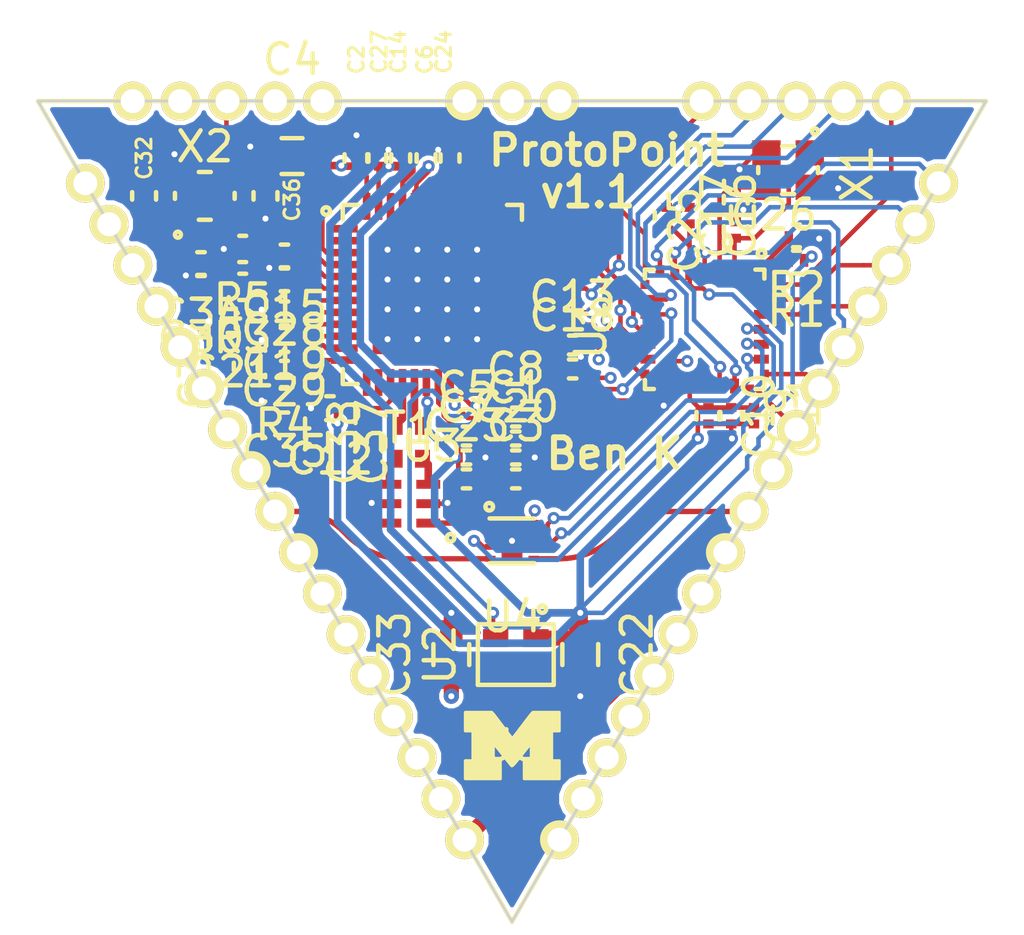
<source format=kicad_pcb>
(kicad_pcb (version 4) (host pcbnew "(2015-07-28 BZR 6012, Git 63b0e63)-product")
  (layers (0 F.Cu signal) (1 In1.Cu signal) (2 In2.Cu signal) (31 B.Cu signal) (34 B.Paste user) (35 F.Paste user) (36 B.SilkS user) (37 F.SilkS user) (38 B.Mask user) (39 F.Mask user) (44 Edge.Cuts user))
  (net 0 "")
  (net 1 GND)
  (net 2 VDDDIG)
  (net 3 VDDMS)
  (net 4 VDDCLK)
  (net 5 VDDSYN)
  (net 6 VDDIO)
  (net 7 "Net-(C25-Pad1)")
  (net 8 "Net-(C26-Pad1)")
  (net 9 VDDIF)
  (net 10 VDDVCO)
  (net 11 "Net-(C30-Pad1)")
  (net 12 "Net-(C31-Pad1)")
  (net 13 "Net-(C32-Pad1)")
  (net 14 "Net-(C34-Pad1)")
  (net 15 "Net-(C35-Pad1)")
  (net 16 "Net-(C37-Pad1)")
  (net 17 "Net-(C37-Pad2)")
  (net 18 "Net-(C38-Pad1)")
  (net 19 "Net-(C38-Pad2)")
  (net 20 "Net-(R1-Pad2)")
  (net 21 "Net-(R5-Pad1)")
  (net 22 "Net-(T1-Pad1)")
  (net 23 /~DW_RST)
  (net 24 /DW_IRQ)
  (net 25 /DW_WAKEUP)
  (net 26 /V1P8_En)
  (net 27 /ANT_SEL1)
  (net 28 /ANT_SEL2)
  (net 29 /ANT_SEL0)
  (net 30 /MCU_SWCLK)
  (net 31 /GPIO2)
  (net 32 /MCU_NRST)
  (net 33 /GPIO0)
  (net 34 /GPIO1)
  (net 35 /~SPI1_SS)
  (net 36 /SPI1_CLK)
  (net 37 /SPI1_MISO)
  (net 38 /SPI1_MOSI)
  (net 39 /MCU_SWDIO)
  (net 40 /RF0)
  (net 41 /RF1)
  (net 42 /RF2)
  (net 43 /I2C_SCL)
  (net 44 /I2C_SDA)
  (net 45 /INTERRUPT)
  (net 46 V3P3)
  (net 47 /GPIO3)
  (net 48 /GPIO4)
  (net 49 VDDLDO2)
  (net 50 /DW_XTAL1)
  (net 51 /DW_SYNC)
  (module Capacitors_SMD:C_0201 (layer F.Cu) (at 41.402 36.703)
    (fp_text reference C1 (at 0 -1.7) (layer F.SilkS))
    (fp_text value 10pF)
    (pad 1 smd rect (at -0.275 0) (size 0.3 0.35) (layers F.Cu F.Paste F.Mask) (net 46 V3P3))
    (pad 2 smd rect (at 0.275 0) (size 0.3 0.35) (layers F.Cu F.Paste F.Mask) (net 1 GND))
  )
  (module Capacitors_SMD:C_0201 (layer F.Cu) (at 36.068 27.305 90)
    (fp_text reference C2 (at 3.302 0 90) (layer F.SilkS) (effects (font (size 0.5 0.5) (thickness 0.1))))
    (fp_text value 0.1uF)
    (pad 1 smd rect (at -0.275 0 90) (size 0.3 0.35) (layers F.Cu F.Paste F.Mask) (net 49 VDDLDO2))
    (pad 2 smd rect (at 0.275 0 90) (size 0.3 0.35) (layers F.Cu F.Paste F.Mask) (net 1 GND))
  )
  (module Capacitors_SMD:C_0201 (layer F.Cu) (at 41.402 37.973)
    (fp_text reference C3 (at 0 -1.7) (layer F.SilkS))
    (fp_text value 10pF)
    (pad 1 smd rect (at -0.275 0) (size 0.3 0.35) (layers F.Cu F.Paste F.Mask) (net 46 V3P3))
    (pad 2 smd rect (at 0.275 0) (size 0.3 0.35) (layers F.Cu F.Paste F.Mask) (net 1 GND))
  )
  (module Capacitors_SMD:C_0603 (layer F.Cu) (at 33.909 27.2415 180)
    (fp_text reference C4 (at 0 3.2385 180) (layer F.SilkS))
    (fp_text value 4.7uF)
    (pad 1 smd rect (at -0.75 0 180) (size 0.8 0.75) (layers F.Cu F.Paste F.Mask) (net 49 VDDLDO2))
    (pad 2 smd rect (at 0.75 0 180) (size 0.8 0.75) (layers F.Cu F.Paste F.Mask) (net 1 GND))
  )
  (module Capacitors_SMD:C_0201 (layer F.Cu) (at 39.751 36.703)
    (fp_text reference C5 (at 0 -1.7) (layer F.SilkS))
    (fp_text value 330pF)
    (pad 1 smd rect (at -0.275 0) (size 0.3 0.35) (layers F.Cu F.Paste F.Mask) (net 46 V3P3))
    (pad 2 smd rect (at 0.275 0) (size 0.3 0.35) (layers F.Cu F.Paste F.Mask) (net 1 GND))
  )
  (module Capacitors_SMD:C_0201 (layer F.Cu) (at 38.481 27.305 90)
    (fp_text reference C6 (at 3.302 -0.127 90) (layer F.SilkS) (effects (font (size 0.5 0.5) (thickness 0.1))))
    (fp_text value 0.1uF)
    (pad 1 smd rect (at -0.275 0 90) (size 0.3 0.35) (layers F.Cu F.Paste F.Mask) (net 2 VDDDIG))
    (pad 2 smd rect (at 0.275 0 90) (size 0.3 0.35) (layers F.Cu F.Paste F.Mask) (net 1 GND))
  )
  (module Capacitors_SMD:C_0201 (layer F.Cu) (at 39.751 37.338)
    (fp_text reference C7 (at 0 -1.7) (layer F.SilkS))
    (fp_text value 330pF)
    (pad 1 smd rect (at -0.275 0) (size 0.3 0.35) (layers F.Cu F.Paste F.Mask) (net 46 V3P3))
    (pad 2 smd rect (at 0.275 0) (size 0.3 0.35) (layers F.Cu F.Paste F.Mask) (net 1 GND))
  )
  (module Capacitors_SMD:C_0201 (layer F.Cu) (at 41.402 36.068)
    (fp_text reference C8 (at 0 -1.7) (layer F.SilkS))
    (fp_text value 100pF)
    (pad 1 smd rect (at -0.275 0) (size 0.3 0.35) (layers F.Cu F.Paste F.Mask) (net 2 VDDDIG))
    (pad 2 smd rect (at 0.275 0) (size 0.3 0.35) (layers F.Cu F.Paste F.Mask) (net 1 GND))
  )
  (module Capacitors_SMD:C_0201 (layer F.Cu) (at 48.6156 35.941 270)
    (fp_text reference C9 (at 0 -1.7 270) (layer F.SilkS))
    (fp_text value 0.1uF)
    (pad 1 smd rect (at -0.275 0 270) (size 0.3 0.35) (layers F.Cu F.Paste F.Mask) (net 46 V3P3))
    (pad 2 smd rect (at 0.275 0 270) (size 0.3 0.35) (layers F.Cu F.Paste F.Mask) (net 1 GND))
  )
  (module Capacitors_SMD:C_0201 (layer F.Cu) (at 47.8536 35.941 270)
    (fp_text reference C10 (at 0 -1.7 270) (layer F.SilkS))
    (fp_text value 100pF)
    (pad 1 smd rect (at -0.275 0 270) (size 0.3 0.35) (layers F.Cu F.Paste F.Mask) (net 46 V3P3))
    (pad 2 smd rect (at 0.275 0 270) (size 0.3 0.35) (layers F.Cu F.Paste F.Mask) (net 1 GND))
  )
  (module Capacitors_SMD:C_0201 (layer F.Cu) (at 49.3776 35.941 270)
    (fp_text reference C11 (at 0 -1.7 270) (layer F.SilkS))
    (fp_text value 10pF)
    (pad 1 smd rect (at -0.275 0 270) (size 0.3 0.35) (layers F.Cu F.Paste F.Mask) (net 46 V3P3))
    (pad 2 smd rect (at 0.275 0 270) (size 0.3 0.35) (layers F.Cu F.Paste F.Mask) (net 1 GND))
  )
  (module Capacitors_SMD:C_0201 (layer F.Cu) (at 35.179 35.687 180)
    (fp_text reference C12 (at 0 -1.7 180) (layer F.SilkS))
    (fp_text value 0.01uF)
    (pad 1 smd rect (at -0.275 0 180) (size 0.3 0.35) (layers F.Cu F.Paste F.Mask) (net 46 V3P3))
    (pad 2 smd rect (at 0.275 0 180) (size 0.3 0.35) (layers F.Cu F.Paste F.Mask) (net 1 GND))
  )
  (module Capacitors_SMD:C_0201 (layer F.Cu) (at 43.307 33.655)
    (fp_text reference C13 (at 0 -1.7) (layer F.SilkS))
    (fp_text value 0.1uF)
    (pad 1 smd rect (at -0.275 0) (size 0.3 0.35) (layers F.Cu F.Paste F.Mask) (net 49 VDDLDO2))
    (pad 2 smd rect (at 0.275 0) (size 0.3 0.35) (layers F.Cu F.Paste F.Mask) (net 1 GND))
  )
  (module Capacitors_SMD:C_0201 (layer F.Cu) (at 37.465 27.305 90)
    (fp_text reference C14 (at 3.556 0 90) (layer F.SilkS) (effects (font (size 0.5 0.5) (thickness 0.1))))
    (fp_text value 0.1uF)
    (pad 1 smd rect (at -0.275 0 90) (size 0.3 0.35) (layers F.Cu F.Paste F.Mask) (net 46 V3P3))
    (pad 2 smd rect (at 0.275 0 90) (size 0.3 0.35) (layers F.Cu F.Paste F.Mask) (net 1 GND))
  )
  (module Capacitors_SMD:C_0201 (layer F.Cu) (at 33.655 30.607 180)
    (fp_text reference C15 (at 0 -1.7 180) (layer F.SilkS))
    (fp_text value 0.1uF)
    (pad 1 smd rect (at -0.275 0 180) (size 0.3 0.35) (layers F.Cu F.Paste F.Mask) (net 3 VDDMS))
    (pad 2 smd rect (at 0.275 0 180) (size 0.3 0.35) (layers F.Cu F.Paste F.Mask) (net 1 GND))
  )
  (module Capacitors_SMD:C_0201 (layer F.Cu) (at 47.2186 29.2354 270)
    (fp_text reference C16 (at 0 -1.7 270) (layer F.SilkS))
    (fp_text value 0.1uF)
    (pad 1 smd rect (at -0.275 0 270) (size 0.3 0.35) (layers F.Cu F.Paste F.Mask) (net 1 GND))
    (pad 2 smd rect (at 0.275 0 270) (size 0.3 0.35) (layers F.Cu F.Paste F.Mask) (net 46 V3P3))
  )
  (module Capacitors_SMD:C_0201 (layer F.Cu) (at 46.4566 29.2354 270)
    (fp_text reference C17 (at 0 -1.7 270) (layer F.SilkS))
    (fp_text value 100pF)
    (pad 1 smd rect (at -0.275 0 270) (size 0.3 0.35) (layers F.Cu F.Paste F.Mask) (net 1 GND))
    (pad 2 smd rect (at 0.275 0 270) (size 0.3 0.35) (layers F.Cu F.Paste F.Mask) (net 46 V3P3))
  )
  (module Capacitors_SMD:C_0201 (layer F.Cu) (at 43.307 34.29)
    (fp_text reference C18 (at 0 -1.7) (layer F.SilkS))
    (fp_text value 0.1uF)
    (pad 1 smd rect (at -0.275 0) (size 0.3 0.35) (layers F.Cu F.Paste F.Mask) (net 46 V3P3))
    (pad 2 smd rect (at 0.275 0) (size 0.3 0.35) (layers F.Cu F.Paste F.Mask) (net 1 GND))
  )
  (module Capacitors_SMD:C_0201 (layer F.Cu) (at 33.655 32.512 180)
    (fp_text reference C19 (at 0 -1.7 180) (layer F.SilkS))
    (fp_text value 0.1uF)
    (pad 1 smd rect (at -0.275 0 180) (size 0.3 0.35) (layers F.Cu F.Paste F.Mask) (net 4 VDDCLK))
    (pad 2 smd rect (at 0.275 0 180) (size 0.3 0.35) (layers F.Cu F.Paste F.Mask) (net 1 GND))
  )
  (module Capacitors_SMD:C_0201 (layer F.Cu) (at 41.402 37.338)
    (fp_text reference C20 (at 0 -1.7) (layer F.SilkS))
    (fp_text value 0.1uF)
    (pad 1 smd rect (at -0.275 0) (size 0.3 0.35) (layers F.Cu F.Paste F.Mask) (net 46 V3P3))
    (pad 2 smd rect (at 0.275 0) (size 0.3 0.35) (layers F.Cu F.Paste F.Mask) (net 1 GND))
  )
  (module Capacitors_SMD:C_0201 (layer F.Cu) (at 31.877 32.766 180)
    (fp_text reference C21 (at 0 -1.7 180) (layer F.SilkS))
    (fp_text value 0.1uF)
    (pad 1 smd rect (at -0.275 0 180) (size 0.3 0.35) (layers F.Cu F.Paste F.Mask) (net 5 VDDSYN))
    (pad 2 smd rect (at 0.275 0 180) (size 0.3 0.35) (layers F.Cu F.Paste F.Mask) (net 1 GND))
  )
  (module Capacitors_SMD:C_0603 (layer F.Cu) (at 43.561 43.942 270)
    (fp_text reference C22 (at 0 -1.9 270) (layer F.SilkS))
    (fp_text value 4.7uF)
    (pad 1 smd rect (at -0.75 0 270) (size 0.8 0.75) (layers F.Cu F.Paste F.Mask) (net 46 V3P3))
    (pad 2 smd rect (at 0.75 0 270) (size 0.8 0.75) (layers F.Cu F.Paste F.Mask) (net 1 GND))
  )
  (module Capacitors_SMD:C_0201 (layer F.Cu) (at 39.751 37.973)
    (fp_text reference C23 (at 0 -1.7) (layer F.SilkS))
    (fp_text value 0.1uF)
    (pad 1 smd rect (at -0.275 0) (size 0.3 0.35) (layers F.Cu F.Paste F.Mask) (net 46 V3P3))
    (pad 2 smd rect (at 0.275 0) (size 0.3 0.35) (layers F.Cu F.Paste F.Mask) (net 1 GND))
  )
  (module Capacitors_SMD:C_0201 (layer F.Cu) (at 39.116 27.305 90)
    (fp_text reference C24 (at 3.556 -0.127 90) (layer F.SilkS) (effects (font (size 0.5 0.5) (thickness 0.1))))
    (fp_text value 0.1uF)
    (pad 1 smd rect (at -0.275 0 90) (size 0.3 0.35) (layers F.Cu F.Paste F.Mask) (net 6 VDDIO))
    (pad 2 smd rect (at 0.275 0 90) (size 0.3 0.35) (layers F.Cu F.Paste F.Mask) (net 1 GND))
  )
  (module Capacitors_SMD:C_0201 (layer F.Cu) (at 48.768 29.718 90)
    (fp_text reference C25 (at 0 -1.7 90) (layer F.SilkS))
    (fp_text value 12pF)
    (pad 1 smd rect (at -0.275 0 90) (size 0.3 0.35) (layers F.Cu F.Paste F.Mask) (net 7 "Net-(C25-Pad1)"))
    (pad 2 smd rect (at 0.275 0 90) (size 0.3 0.35) (layers F.Cu F.Paste F.Mask) (net 1 GND))
  )
  (module Capacitors_SMD:C_0201 (layer F.Cu) (at 48.768 28.702 270)
    (fp_text reference C26 (at 0.508 -1.27 360) (layer F.SilkS))
    (fp_text value 12pF)
    (pad 1 smd rect (at -0.275 0 270) (size 0.3 0.35) (layers F.Cu F.Paste F.Mask) (net 8 "Net-(C26-Pad1)"))
    (pad 2 smd rect (at 0.275 0 270) (size 0.3 0.35) (layers F.Cu F.Paste F.Mask) (net 1 GND))
  )
  (module Capacitors_SMD:C_0201 (layer F.Cu) (at 36.83 27.305 90)
    (fp_text reference C27 (at 3.556 0 90) (layer F.SilkS) (effects (font (size 0.5 0.5) (thickness 0.1))))
    (fp_text value 0.1uF)
    (pad 1 smd rect (at -0.275 0 90) (size 0.3 0.35) (layers F.Cu F.Paste F.Mask) (net 46 V3P3))
    (pad 2 smd rect (at 0.275 0 90) (size 0.3 0.35) (layers F.Cu F.Paste F.Mask) (net 1 GND))
  )
  (module Capacitors_SMD:C_0201 (layer F.Cu) (at 33.655 31.369 180)
    (fp_text reference C28 (at 0 -1.7 180) (layer F.SilkS))
    (fp_text value 0.1uF)
    (pad 1 smd rect (at -0.275 0 180) (size 0.3 0.35) (layers F.Cu F.Paste F.Mask) (net 9 VDDIF))
    (pad 2 smd rect (at 0.275 0 180) (size 0.3 0.35) (layers F.Cu F.Paste F.Mask) (net 1 GND))
  )
  (module Capacitors_SMD:C_0201 (layer F.Cu) (at 33.655 33.401 180)
    (fp_text reference C29 (at 0 -1.7 180) (layer F.SilkS))
    (fp_text value 0.1uF)
    (pad 1 smd rect (at -0.275 0 180) (size 0.3 0.35) (layers F.Cu F.Paste F.Mask) (net 10 VDDVCO))
    (pad 2 smd rect (at 0.275 0 180) (size 0.3 0.35) (layers F.Cu F.Paste F.Mask) (net 1 GND))
  )
  (module Capacitors_SMD:C_0201 (layer F.Cu) (at 30.861 31.623 180)
    (fp_text reference C30 (at 0 -1.7 180) (layer F.SilkS))
    (fp_text value 27pF)
    (pad 1 smd rect (at -0.275 0 180) (size 0.3 0.35) (layers F.Cu F.Paste F.Mask) (net 11 "Net-(C30-Pad1)"))
    (pad 2 smd rect (at 0.275 0 180) (size 0.3 0.35) (layers F.Cu F.Paste F.Mask) (net 1 GND))
  )
  (module Capacitors_SMD:C_0201 (layer F.Cu) (at 32.3596 34.29 90)
    (fp_text reference C31 (at 0 -1.7 90) (layer F.SilkS))
    (fp_text value 820pF)
    (pad 1 smd rect (at -0.275 0 90) (size 0.3 0.35) (layers F.Cu F.Paste F.Mask) (net 12 "Net-(C31-Pad1)"))
    (pad 2 smd rect (at 0.275 0 90) (size 0.3 0.35) (layers F.Cu F.Paste F.Mask) (net 1 GND))
  )
  (module Capacitors_SMD:C_0201 (layer F.Cu) (at 28.956 28.575 90)
    (fp_text reference C32 (at 1.27 0 90) (layer F.SilkS) (effects (font (size 0.5 0.5) (thickness 0.1))))
    (fp_text value 12pF)
    (pad 1 smd rect (at -0.275 0 90) (size 0.3 0.35) (layers F.Cu F.Paste F.Mask) (net 13 "Net-(C32-Pad1)"))
    (pad 2 smd rect (at 0.275 0 90) (size 0.3 0.35) (layers F.Cu F.Paste F.Mask) (net 1 GND))
  )
  (module Capacitors_SMD:C_0603 (layer F.Cu) (at 39.243 43.942 90)
    (fp_text reference C33 (at 0 -1.9 90) (layer F.SilkS))
    (fp_text value 10uF)
    (pad 1 smd rect (at -0.75 0 90) (size 0.8 0.75) (layers F.Cu F.Paste F.Mask) (net 49 VDDLDO2))
    (pad 2 smd rect (at 0.75 0 90) (size 0.8 0.75) (layers F.Cu F.Paste F.Mask) (net 1 GND))
  )
  (module Capacitors_SMD:C_0201 (layer F.Cu) (at 30.861 30.861 180)
    (fp_text reference C34 (at 0 -1.7 180) (layer F.SilkS))
    (fp_text value 1.2pF)
    (pad 1 smd rect (at -0.275 0 180) (size 0.3 0.35) (layers F.Cu F.Paste F.Mask) (net 14 "Net-(C34-Pad1)"))
    (pad 2 smd rect (at 0.275 0 180) (size 0.3 0.35) (layers F.Cu F.Paste F.Mask) (net 1 GND))
  )
  (module Capacitors_SMD:C_0201 (layer F.Cu) (at 33.655 35.433 180)
    (fp_text reference C35 (at 0 -1.7 180) (layer F.SilkS))
    (fp_text value 18pF)
    (pad 1 smd rect (at -0.275 0 180) (size 0.3 0.35) (layers F.Cu F.Paste F.Mask) (net 15 "Net-(C35-Pad1)"))
    (pad 2 smd rect (at 0.275 0 180) (size 0.3 0.35) (layers F.Cu F.Paste F.Mask) (net 1 GND))
  )
  (module Capacitors_SMD:C_0201 (layer F.Cu) (at 33.02 28.575 270)
    (fp_text reference C36 (at 0.127 -0.889 270) (layer F.SilkS) (effects (font (size 0.5 0.5) (thickness 0.1))))
    (fp_text value 12pF)
    (pad 1 smd rect (at -0.275 0 270) (size 0.3 0.35) (layers F.Cu F.Paste F.Mask) (net 50 /DW_XTAL1))
    (pad 2 smd rect (at 0.275 0 270) (size 0.3 0.35) (layers F.Cu F.Paste F.Mask) (net 1 GND))
  )
  (module Capacitors_SMD:C_0402 (layer F.Cu) (at 38.2778 36.83 90)
    (fp_text reference C37 (at 0 -1.7 90) (layer F.SilkS))
    (fp_text value 12pF)
    (pad 1 smd rect (at -0.55 0 90) (size 0.6 0.5) (layers F.Cu F.Paste F.Mask) (net 16 "Net-(C37-Pad1)"))
    (pad 2 smd rect (at 0.55 0 90) (size 0.6 0.5) (layers F.Cu F.Paste F.Mask) (net 17 "Net-(C37-Pad2)"))
  )
  (module Capacitors_SMD:C_0402 (layer F.Cu) (at 37.3634 36.83 90)
    (fp_text reference C38 (at 0 -1.7 90) (layer F.SilkS))
    (fp_text value 12pF)
    (pad 1 smd rect (at -0.55 0 90) (size 0.6 0.5) (layers F.Cu F.Paste F.Mask) (net 18 "Net-(C38-Pad1)"))
    (pad 2 smd rect (at 0.55 0 90) (size 0.6 0.5) (layers F.Cu F.Paste F.Mask) (net 19 "Net-(C38-Pad2)"))
  )
  (module Resistors_SMD:R_0201 (layer F.Cu) (at 50.8 30.734 180)
    (fp_text reference R1 (at 0 -1.7 180) (layer F.SilkS))
    (fp_text value 11k)
    (pad 1 smd rect (at -0.255 0 180) (size 0.28 0.43) (layers F.Cu F.Paste F.Mask) (net 46 V3P3))
    (pad 2 smd rect (at 0.255 0 180) (size 0.28 0.43) (layers F.Cu F.Paste F.Mask) (net 20 "Net-(R1-Pad2)"))
  )
  (module Resistors_SMD:R_0201 (layer F.Cu) (at 50.8 29.972 180)
    (fp_text reference R2 (at 0 -1.7 180) (layer F.SilkS))
    (fp_text value 11k)
    (pad 1 smd rect (at -0.255 0 180) (size 0.28 0.43) (layers F.Cu F.Paste F.Mask) (net 1 GND))
    (pad 2 smd rect (at 0.255 0 180) (size 0.28 0.43) (layers F.Cu F.Paste F.Mask) (net 20 "Net-(R1-Pad2)"))
  )
  (module Resistors_SMD:R_0201 (layer F.Cu) (at 32.258 31.623 180)
    (fp_text reference R3 (at 0 -1.7 180) (layer F.SilkS))
    (fp_text value 16k)
    (pad 1 smd rect (at -0.255 0 180) (size 0.28 0.43) (layers F.Cu F.Paste F.Mask) (net 14 "Net-(C34-Pad1)"))
    (pad 2 smd rect (at 0.255 0 180) (size 0.28 0.43) (layers F.Cu F.Paste F.Mask) (net 11 "Net-(C30-Pad1)"))
  )
  (module Resistors_SMD:R_0201 (layer F.Cu) (at 33.655 34.544 180)
    (fp_text reference R4 (at 0 -1.7 180) (layer F.SilkS))
    (fp_text value 270)
    (pad 1 smd rect (at -0.255 0 180) (size 0.28 0.43) (layers F.Cu F.Paste F.Mask) (net 15 "Net-(C35-Pad1)"))
    (pad 2 smd rect (at 0.255 0 180) (size 0.28 0.43) (layers F.Cu F.Paste F.Mask) (net 12 "Net-(C31-Pad1)"))
  )
  (module Resistors_SMD:R_0201 (layer F.Cu) (at 32.258 30.353 180)
    (fp_text reference R5 (at 0 -1.7 180) (layer F.SilkS))
    (fp_text value 11k)
    (pad 1 smd rect (at -0.255 0 180) (size 0.28 0.43) (layers F.Cu F.Paste F.Mask) (net 21 "Net-(R5-Pad1)"))
    (pad 2 smd rect (at 0.255 0 180) (size 0.28 0.43) (layers F.Cu F.Paste F.Mask) (net 1 GND))
  )
  (module polypoint:HHM1595A1 (layer F.Cu) (at 37.8206 38.8874 180)
    (fp_text reference T1 (at 0 2.54 180) (layer F.SilkS))
    (fp_text value HHM1595A1)
    (pad 4 smd rect (at 0.65 0.65 180) (size 0.8 0.3) (layers F.Cu F.Paste F.Mask) (net 18 "Net-(C38-Pad1)"))
    (pad 1 smd rect (at -0.65 -0.65 180) (size 0.8 0.3) (layers F.Cu F.Paste F.Mask) (net 22 "Net-(T1-Pad1)"))
    (pad 2 smd rect (at -0.65 0 180) (size 0.8 0.3) (layers F.Cu F.Paste F.Mask) (net 1 GND))
    (pad 3 smd rect (at -0.65 0.65 180) (size 0.8 0.3) (layers F.Cu F.Paste F.Mask) (net 16 "Net-(C37-Pad1)"))
    (pad 5 smd rect (at 0.65 0 180) (size 0.8 0.3) (layers F.Cu F.Paste F.Mask) (net 1 GND))
    (pad 6 smd rect (at 0.65 -0.65 180) (size 0.8 0.3) (layers F.Cu F.Paste F.Mask))
  )
  (module polypoint:UFQFPN-28 (layer F.Cu) (at 47.7266 33.0454 270)
    (fp_text reference U1 (at 0 3.81 270) (layer F.SilkS))
    (fp_text value STM32F031G6U6)
    (pad 22 smd rect (at 1.5 -2 270) (size 0.3 0.3) (layers F.Cu F.Paste F.Mask) (net 30 /MCU_SWCLK))
    (pad 15 smd rect (at 2 1.5 270) (size 0.3 0.3) (layers F.Cu F.Paste F.Mask) (net 25 /DW_WAKEUP))
    (pad 8 smd rect (at -1.5 2 270) (size 0.3 0.3) (layers F.Cu F.Paste F.Mask) (net 24 /DW_IRQ))
    (pad 1 smd rect (at -2 -1.5 270) (size 0.3 0.3) (layers F.Cu F.Paste F.Mask) (net 20 "Net-(R1-Pad2)"))
    (pad 2 smd rect (at -1.9 -1 270) (size 0.5 0.3) (layers F.Cu F.Paste F.Mask) (net 7 "Net-(C25-Pad1)"))
    (pad 3 smd rect (at -1.9 -0.5 270) (size 0.5 0.3) (layers F.Cu F.Paste F.Mask) (net 8 "Net-(C26-Pad1)"))
    (pad 4 smd rect (at -1.9 0 270) (size 0.5 0.3) (layers F.Cu F.Paste F.Mask) (net 32 /MCU_NRST))
    (pad 5 smd rect (at -1.9 0.5 270) (size 0.5 0.3) (layers F.Cu F.Paste F.Mask) (net 46 V3P3))
    (pad 6 smd rect (at -1.9 1 270) (size 0.5 0.3) (layers F.Cu F.Paste F.Mask) (net 31 /GPIO2))
    (pad 7 smd rect (at -2 1.5 270) (size 0.3 0.3) (layers F.Cu F.Paste F.Mask) (net 47 /GPIO3))
    (pad 9 smd rect (at -1 1.9 270) (size 0.3 0.5) (layers F.Cu F.Paste F.Mask) (net 45 /INTERRUPT))
    (pad 10 smd rect (at -0.5 1.9 270) (size 0.3 0.5) (layers F.Cu F.Paste F.Mask) (net 35 /~SPI1_SS))
    (pad 11 smd rect (at 0 1.9 270) (size 0.3 0.5) (layers F.Cu F.Paste F.Mask) (net 36 /SPI1_CLK))
    (pad 12 smd rect (at 0.5 1.9 270) (size 0.3 0.5) (layers F.Cu F.Paste F.Mask) (net 37 /SPI1_MISO))
    (pad 13 smd rect (at 1 1.9 270) (size 0.3 0.5) (layers F.Cu F.Paste F.Mask) (net 38 /SPI1_MOSI))
    (pad 14 smd rect (at 1.5 2 270) (size 0.3 0.3) (layers F.Cu F.Paste F.Mask) (net 23 /~DW_RST))
    (pad 16 smd rect (at 1.9 1 270) (size 0.5 0.3) (layers F.Cu F.Paste F.Mask) (net 1 GND))
    (pad 17 smd rect (at 1.9 0.5 270) (size 0.5 0.3) (layers F.Cu F.Paste F.Mask) (net 46 V3P3))
    (pad 18 smd rect (at 1.9 0 270) (size 0.5 0.3) (layers F.Cu F.Paste F.Mask))
    (pad 19 smd rect (at 1.9 -0.5 270) (size 0.5 0.3) (layers F.Cu F.Paste F.Mask) (net 43 /I2C_SCL))
    (pad 20 smd rect (at 1.9 -1 270) (size 0.5 0.3) (layers F.Cu F.Paste F.Mask) (net 44 /I2C_SDA))
    (pad 21 smd rect (at 2 -1.5 270) (size 0.3 0.3) (layers F.Cu F.Paste F.Mask) (net 39 /MCU_SWDIO))
    (pad 23 smd rect (at 1 -1.9 270) (size 0.3 0.5) (layers F.Cu F.Paste F.Mask) (net 28 /ANT_SEL2))
    (pad 24 smd rect (at 0.5 -1.9 270) (size 0.3 0.5) (layers F.Cu F.Paste F.Mask) (net 27 /ANT_SEL1))
    (pad 25 smd rect (at 0 -1.9 270) (size 0.3 0.5) (layers F.Cu F.Paste F.Mask) (net 29 /ANT_SEL0))
    (pad 26 smd rect (at -0.5 -1.9 270) (size 0.3 0.5) (layers F.Cu F.Paste F.Mask) (net 33 /GPIO0))
    (pad 27 smd rect (at -1 -1.9 270) (size 0.3 0.5) (layers F.Cu F.Paste F.Mask) (net 34 /GPIO1))
    (pad 28 smd rect (at -1.5 -2 270) (size 0.3 0.3) (layers F.Cu F.Paste F.Mask) (net 48 /GPIO4))
  )
  (module polypoint:LXDC2HL (layer F.Cu) (at 41.402 43.942 270)
    (fp_text reference U2 (at 0 2.54 270) (layer F.SilkS))
    (fp_text value LXDC2HL)
    (pad 1 smd rect (at -0.55 -0.675 270) (size 0.6 0.85) (layers F.Cu F.Paste F.Mask) (net 46 V3P3))
    (pad 2 smd rect (at -0.55 0.675 270) (size 0.6 0.85) (layers F.Cu F.Paste F.Mask) (net 26 /V1P8_En))
    (pad 3 smd rect (at 0.55 0.675 270) (size 0.6 0.85) (layers F.Cu F.Paste F.Mask) (net 49 VDDLDO2))
    (pad 4 smd rect (at 0.55 -0.675 270) (size 0.6 0.85) (layers F.Cu F.Paste F.Mask) (net 1 GND))
  )
  (module polypoint:QFN-48-EP-6x6mm (layer F.Cu) (at 38.608 31.877)
    (fp_text reference U3 (at 0 5.08) (layer F.SilkS))
    (fp_text value DW1000)
    (pad 49 smd rect (at -1.5 1.5) (size 1 1) (layers F.Cu F.Paste F.Mask) (net 1 GND))
    (pad 49 smd rect (at -0.5 1.5) (size 1 1) (layers F.Cu F.Paste F.Mask) (net 1 GND))
    (pad 49 smd rect (at 0.5 1.5) (size 1 1) (layers F.Cu F.Paste F.Mask) (net 1 GND))
    (pad 49 smd rect (at 1.5 1.5) (size 1 1) (layers F.Cu F.Paste F.Mask) (net 1 GND))
    (pad 49 smd rect (at 1.5 0.5) (size 1 1) (layers F.Cu F.Paste F.Mask) (net 1 GND))
    (pad 49 smd rect (at 0.5 0.5) (size 1 1) (layers F.Cu F.Paste F.Mask) (net 1 GND))
    (pad 49 smd rect (at -0.5 0.5) (size 1 1) (layers F.Cu F.Paste F.Mask) (net 1 GND))
    (pad 49 smd rect (at -1.5 0.5) (size 1 1) (layers F.Cu F.Paste F.Mask) (net 1 GND))
    (pad 49 smd rect (at -1.5 -0.5) (size 1 1) (layers F.Cu F.Paste F.Mask) (net 1 GND))
    (pad 49 smd rect (at -0.5 -0.5) (size 1 1) (layers F.Cu F.Paste F.Mask) (net 1 GND))
    (pad 49 smd rect (at 0.5 -0.5) (size 1 1) (layers F.Cu F.Paste F.Mask) (net 1 GND))
    (pad 49 smd rect (at 1.5 -0.5) (size 1 1) (layers F.Cu F.Paste F.Mask) (net 1 GND))
    (pad 49 smd rect (at 1.5 -1.5) (size 1 1) (layers F.Cu F.Paste F.Mask) (net 1 GND))
    (pad 49 smd rect (at 0.5 -1.5) (size 1 1) (layers F.Cu F.Paste F.Mask) (net 1 GND))
    (pad 49 smd rect (at -0.5 -1.5) (size 1 1) (layers F.Cu F.Paste F.Mask) (net 1 GND))
    (pad 37 smd rect (at 2.2 -2.95) (size 0.254 0.9) (layers F.Cu F.Paste F.Mask))
    (pad 25 smd rect (at 2.95 2.2) (size 0.9 0.254) (layers F.Cu F.Paste F.Mask) (net 46 V3P3))
    (pad 13 smd rect (at -2.2 2.95) (size 0.254 0.9) (layers F.Cu F.Paste F.Mask))
    (pad 1 smd rect (at -2.95 -2.2) (size 0.9 0.254) (layers F.Cu F.Paste F.Mask))
    (pad 2 smd rect (at -2.95 -1.8) (size 0.9 0.254) (layers F.Cu F.Paste F.Mask))
    (pad 3 smd rect (at -2.95 -1.4) (size 0.9 0.254) (layers F.Cu F.Paste F.Mask) (net 50 /DW_XTAL1))
    (pad 4 smd rect (at -2.95 -1) (size 0.9 0.254) (layers F.Cu F.Paste F.Mask) (net 13 "Net-(C32-Pad1)"))
    (pad 5 smd rect (at -2.95 -0.6) (size 0.9 0.254) (layers F.Cu F.Paste F.Mask) (net 21 "Net-(R5-Pad1)"))
    (pad 6 smd rect (at -2.95 -0.2) (size 0.9 0.254) (layers F.Cu F.Paste F.Mask) (net 3 VDDMS))
    (pad 7 smd rect (at -2.95 0.2) (size 0.9 0.254) (layers F.Cu F.Paste F.Mask) (net 9 VDDIF))
    (pad 8 smd rect (at -2.95 0.6) (size 0.9 0.254) (layers F.Cu F.Paste F.Mask) (net 14 "Net-(C34-Pad1)"))
    (pad 9 smd rect (at -2.95 1) (size 0.9 0.254) (layers F.Cu F.Paste F.Mask) (net 4 VDDCLK))
    (pad 10 smd rect (at -2.95 1.4) (size 0.9 0.254) (layers F.Cu F.Paste F.Mask) (net 5 VDDSYN))
    (pad 11 smd rect (at -2.95 1.8) (size 0.9 0.254) (layers F.Cu F.Paste F.Mask) (net 10 VDDVCO))
    (pad 12 smd rect (at -2.95 2.2) (size 0.9 0.254) (layers F.Cu F.Paste F.Mask) (net 15 "Net-(C35-Pad1)"))
    (pad 14 smd rect (at -1.8 2.95) (size 0.254 0.9) (layers F.Cu F.Paste F.Mask))
    (pad 15 smd rect (at -1.4 2.95) (size 0.254 0.9) (layers F.Cu F.Paste F.Mask) (net 46 V3P3))
    (pad 16 smd rect (at -1 2.95) (size 0.254 0.9) (layers F.Cu F.Paste F.Mask) (net 19 "Net-(C38-Pad2)"))
    (pad 17 smd rect (at -0.6 2.95) (size 0.254 0.9) (layers F.Cu F.Paste F.Mask) (net 17 "Net-(C37-Pad2)"))
    (pad 18 smd rect (at -0.2 2.95) (size 0.254 0.9) (layers F.Cu F.Paste F.Mask) (net 46 V3P3))
    (pad 19 smd rect (at 0.2 2.95) (size 0.254 0.9) (layers F.Cu F.Paste F.Mask) (net 46 V3P3))
    (pad 20 smd rect (at 0.6 2.95) (size 0.254 0.9) (layers F.Cu F.Paste F.Mask) (net 2 VDDDIG))
    (pad 21 smd rect (at 1 2.95) (size 0.254 0.9) (layers F.Cu F.Paste F.Mask) (net 26 /V1P8_En))
    (pad 22 smd rect (at 1.4 2.95) (size 0.254 0.9) (layers F.Cu F.Paste F.Mask) (net 1 GND))
    (pad 23 smd rect (at 1.8 2.95) (size 0.254 0.9) (layers F.Cu F.Paste F.Mask) (net 25 /DW_WAKEUP))
    (pad 24 smd rect (at 2.2 2.95) (size 0.254 0.9) (layers F.Cu F.Paste F.Mask) (net 35 /~SPI1_SS))
    (pad 26 smd rect (at 2.95 1.8) (size 0.9 0.254) (layers F.Cu F.Paste F.Mask) (net 49 VDDLDO2))
    (pad 27 smd rect (at 2.95 1.4) (size 0.9 0.254) (layers F.Cu F.Paste F.Mask) (net 23 /~DW_RST))
    (pad 28 smd rect (at 2.95 1) (size 0.9 0.254) (layers F.Cu F.Paste F.Mask) (net 46 V3P3))
    (pad 29 smd rect (at 2.95 0.6) (size 0.9 0.254) (layers F.Cu F.Paste F.Mask) (net 51 /DW_SYNC))
    (pad 30 smd rect (at 2.95 0.2) (size 0.9 0.254) (layers F.Cu F.Paste F.Mask))
    (pad 31 smd rect (at 2.95 -0.2) (size 0.9 0.254) (layers F.Cu F.Paste F.Mask) (net 6 VDDIO))
    (pad 32 smd rect (at 2.95 -0.6) (size 0.9 0.254) (layers F.Cu F.Paste F.Mask) (net 1 GND))
    (pad 33 smd rect (at 2.95 -1) (size 0.9 0.254) (layers F.Cu F.Paste F.Mask))
    (pad 34 smd rect (at 2.95 -1.4) (size 0.9 0.254) (layers F.Cu F.Paste F.Mask))
    (pad 35 smd rect (at 2.95 -1.8) (size 0.9 0.254) (layers F.Cu F.Paste F.Mask))
    (pad 36 smd rect (at 2.95 -2.2) (size 0.9 0.254) (layers F.Cu F.Paste F.Mask))
    (pad 38 smd rect (at 1.8 -2.95) (size 0.254 0.9) (layers F.Cu F.Paste F.Mask))
    (pad 39 smd rect (at 1.4 -2.95) (size 0.254 0.9) (layers F.Cu F.Paste F.Mask) (net 38 /SPI1_MOSI))
    (pad 40 smd rect (at 1 -2.95) (size 0.254 0.9) (layers F.Cu F.Paste F.Mask) (net 37 /SPI1_MISO))
    (pad 41 smd rect (at 0.6 -2.95) (size 0.254 0.9) (layers F.Cu F.Paste F.Mask) (net 36 /SPI1_CLK))
    (pad 42 smd rect (at 0.2 -2.95) (size 0.254 0.9) (layers F.Cu F.Paste F.Mask) (net 6 VDDIO))
    (pad 43 smd rect (at -0.2 -2.95) (size 0.254 0.9) (layers F.Cu F.Paste F.Mask) (net 1 GND))
    (pad 44 smd rect (at -0.6 -2.95) (size 0.254 0.9) (layers F.Cu F.Paste F.Mask) (net 2 VDDDIG))
    (pad 45 smd rect (at -1 -2.95) (size 0.254 0.9) (layers F.Cu F.Paste F.Mask) (net 24 /DW_IRQ))
    (pad 46 smd rect (at -1.4 -2.95) (size 0.254 0.9) (layers F.Cu F.Paste F.Mask) (net 1 GND))
    (pad 47 smd rect (at -1.8 -2.95) (size 0.254 0.9) (layers F.Cu F.Paste F.Mask) (net 46 V3P3))
    (pad 48 smd rect (at -2.2 -2.95) (size 0.254 0.9) (layers F.Cu F.Paste F.Mask) (net 49 VDDLDO2))
    (pad 49 smd rect (at -1.5 -1.5) (size 1 1) (layers F.Cu F.Paste F.Mask) (net 1 GND))
  )
  (module polypoint:MLPQ-UT-8-1.5X1.5mm (layer F.Cu) (at 41.275 40.132)
    (fp_text reference U4 (at 0 2.54) (layer F.SilkS))
    (fp_text value SKY13317)
    (pad 5 smd rect (at 0.725 0.6) (size 0.35 0.2) (layers F.Cu F.Paste F.Mask) (net 41 /RF1))
    (pad 1 smd rect (at -0.725 -0.6) (size 0.35 0.2) (layers F.Cu F.Paste F.Mask) (net 22 "Net-(T1-Pad1)"))
    (pad 2 smd rect (at -0.725 -0.2) (size 0.35 0.2) (layers F.Cu F.Paste F.Mask))
    (pad 3 smd rect (at -0.725 0.2) (size 0.35 0.2) (layers F.Cu F.Paste F.Mask) (net 29 /ANT_SEL0))
    (pad 4 smd rect (at -0.725 0.6) (size 0.35 0.2) (layers F.Cu F.Paste F.Mask) (net 40 /RF0))
    (pad 6 smd rect (at 0.725 0.2) (size 0.35 0.2) (layers F.Cu F.Paste F.Mask) (net 27 /ANT_SEL1))
    (pad 7 smd rect (at 0.725 -0.2) (size 0.35 0.2) (layers F.Cu F.Paste F.Mask) (net 28 /ANT_SEL2))
    (pad 8 smd rect (at 0.725 -0.6) (size 0.35 0.2) (layers F.Cu F.Paste F.Mask) (net 42 /RF2))
    (pad 9 smd rect (at 0 0) (size 0.7 1.2) (layers F.Cu F.Paste F.Mask) (net 1 GND))
  )
  (module polypoint:FA-128 (layer F.Cu) (at 50.5206 27.7114 270)
    (fp_text reference X1 (at 0.1016 -2.3114 270) (layer F.SilkS))
    (fp_text value 38.4M)
    (pad 1 smd rect (at -0.575 -0.725 270) (size 0.85 0.95) (layers F.Cu F.Paste F.Mask) (net 7 "Net-(C25-Pad1)"))
    (pad 2 smd rect (at -0.575 0.725 270) (size 0.85 0.95) (layers F.Cu F.Paste F.Mask) (net 1 GND))
    (pad 3 smd rect (at 0.575 0.725 270) (size 0.85 0.95) (layers F.Cu F.Paste F.Mask) (net 8 "Net-(C26-Pad1)"))
    (pad 4 smd rect (at 0.575 -0.725 270) (size 0.85 0.95) (layers F.Cu F.Paste F.Mask) (net 1 GND))
  )
  (module polypoint:FA-128 (layer F.Cu) (at 30.988 28.575 90)
    (fp_text reference X2 (at 1.651 0 180) (layer F.SilkS))
    (fp_text value 16M)
    (pad 1 smd rect (at -0.575 -0.725 90) (size 0.85 0.95) (layers F.Cu F.Paste F.Mask) (net 13 "Net-(C32-Pad1)"))
    (pad 2 smd rect (at -0.575 0.725 90) (size 0.85 0.95) (layers F.Cu F.Paste F.Mask) (net 1 GND))
    (pad 3 smd rect (at 0.575 0.725 90) (size 0.85 0.95) (layers F.Cu F.Paste F.Mask) (net 50 /DW_XTAL1))
    (pad 4 smd rect (at 0.575 -0.725 90) (size 0.85 0.95) (layers F.Cu F.Paste F.Mask) (net 1 GND))
  )
  (module polypoint:ProtoPoint_Module_Castellated (layer F.Cu) (at 25.4 25.4)
    (fp_text reference U5 (at 15.875 21.59) (layer F.SilkS))
    (fp_text value ProtoPoint_Module)
    (pad 1 thru_hole circle (at 1.5875 2.7496) (size 1.3 1.3) (drill 0.8) (layers *.Cu *.Mask F.SilkS))
    (pad 2 thru_hole circle (at 2.38125 4.1244) (size 1.3 1.3) (drill 0.8) (layers *.Cu *.Mask F.SilkS))
    (pad 3 thru_hole circle (at 3.175 5.4992) (size 1.3 1.3) (drill 0.8) (layers *.Cu *.Mask F.SilkS))
    (pad 4 thru_hole circle (at 3.96875 6.874) (size 1.3 1.3) (drill 0.8) (layers *.Cu *.Mask F.SilkS))
    (pad 5 thru_hole circle (at 4.7625 8.2488) (size 1.3 1.3) (drill 0.8) (layers *.Cu *.Mask F.SilkS))
    (pad 6 thru_hole circle (at 5.55625 9.6236) (size 1.3 1.3) (drill 0.8) (layers *.Cu *.Mask F.SilkS))
    (pad 7 thru_hole circle (at 6.35 10.9984) (size 1.3 1.3) (drill 0.8) (layers *.Cu *.Mask F.SilkS))
    (pad 8 thru_hole circle (at 7.14375 12.3732) (size 1.3 1.3) (drill 0.8) (layers *.Cu *.Mask F.SilkS) (net 1 GND))
    (pad 9 thru_hole circle (at 7.9375 13.748) (size 1.3 1.3) (drill 0.8) (layers *.Cu *.Mask F.SilkS) (net 40 /RF0))
    (pad 10 thru_hole circle (at 8.73125 15.1228) (size 1.3 1.3) (drill 0.8) (layers *.Cu *.Mask F.SilkS) (net 1 GND))
    (pad 11 thru_hole circle (at 9.525 16.4976) (size 1.3 1.3) (drill 0.8) (layers *.Cu *.Mask F.SilkS))
    (pad 12 thru_hole circle (at 10.31875 17.8724) (size 1.3 1.3) (drill 0.8) (layers *.Cu *.Mask F.SilkS))
    (pad 13 thru_hole circle (at 11.1125 19.2472) (size 1.3 1.3) (drill 0.8) (layers *.Cu *.Mask F.SilkS))
    (pad 14 thru_hole circle (at 11.90625 20.622) (size 1.3 1.3) (drill 0.8) (layers *.Cu *.Mask F.SilkS))
    (pad 15 thru_hole circle (at 12.7 21.9968) (size 1.3 1.3) (drill 0.8) (layers *.Cu *.Mask F.SilkS))
    (pad 16 thru_hole circle (at 13.49375 23.3716) (size 1.3 1.3) (drill 0.8) (layers *.Cu *.Mask F.SilkS))
    (pad 17 thru_hole circle (at 14.2875 24.7464) (size 1.3 1.3) (drill 0.8) (layers *.Cu *.Mask F.SilkS) (net 46 V3P3))
    (pad 18 thru_hole circle (at 17.4625 24.7464) (size 1.3 1.3) (drill 0.8) (layers *.Cu *.Mask F.SilkS) (net 1 GND))
    (pad 19 thru_hole circle (at 18.25625 23.3716) (size 1.3 1.3) (drill 0.8) (layers *.Cu *.Mask F.SilkS) (net 51 /DW_SYNC))
    (pad 20 thru_hole circle (at 19.05 21.9968) (size 1.3 1.3) (drill 0.8) (layers *.Cu *.Mask F.SilkS) (net 38 /SPI1_MOSI))
    (pad 21 thru_hole circle (at 19.84375 20.622) (size 1.3 1.3) (drill 0.8) (layers *.Cu *.Mask F.SilkS) (net 37 /SPI1_MISO))
    (pad 22 thru_hole circle (at 20.6375 19.2472) (size 1.3 1.3) (drill 0.8) (layers *.Cu *.Mask F.SilkS) (net 36 /SPI1_CLK))
    (pad 23 thru_hole circle (at 21.43125 17.8724) (size 1.3 1.3) (drill 0.8) (layers *.Cu *.Mask F.SilkS) (net 35 /~SPI1_SS))
    (pad 24 thru_hole circle (at 22.225 16.4976) (size 1.3 1.3) (drill 0.8) (layers *.Cu *.Mask F.SilkS) (net 23 /~DW_RST))
    (pad 25 thru_hole circle (at 23.01875 15.1228) (size 1.3 1.3) (drill 0.8) (layers *.Cu *.Mask F.SilkS) (net 1 GND))
    (pad 26 thru_hole circle (at 23.8125 13.748) (size 1.3 1.3) (drill 0.8) (layers *.Cu *.Mask F.SilkS) (net 41 /RF1))
    (pad 27 thru_hole circle (at 24.60625 12.3732) (size 1.3 1.3) (drill 0.8) (layers *.Cu *.Mask F.SilkS) (net 1 GND))
    (pad 28 thru_hole circle (at 25.4 10.9984) (size 1.3 1.3) (drill 0.8) (layers *.Cu *.Mask F.SilkS) (net 39 /MCU_SWDIO))
    (pad 29 thru_hole circle (at 26.19375 9.6236) (size 1.3 1.3) (drill 0.8) (layers *.Cu *.Mask F.SilkS) (net 30 /MCU_SWCLK))
    (pad 30 thru_hole circle (at 26.9875 8.2488) (size 1.3 1.3) (drill 0.8) (layers *.Cu *.Mask F.SilkS) (net 32 /MCU_NRST))
    (pad 31 thru_hole circle (at 27.78125 6.874) (size 1.3 1.3) (drill 0.8) (layers *.Cu *.Mask F.SilkS) (net 33 /GPIO0))
    (pad 32 thru_hole circle (at 28.575 5.4992) (size 1.3 1.3) (drill 0.8) (layers *.Cu *.Mask F.SilkS) (net 34 /GPIO1))
    (pad 33 thru_hole circle (at 29.36875 4.1244) (size 1.3 1.3) (drill 0.8) (layers *.Cu *.Mask F.SilkS) (net 31 /GPIO2))
    (pad 34 thru_hole circle (at 30.1625 2.7496) (size 1.3 1.3) (drill 0.8) (layers *.Cu *.Mask F.SilkS) (net 47 /GPIO3))
    (pad 35 thru_hole circle (at 28.575 0) (size 1.3 1.3) (drill 0.8) (layers *.Cu *.Mask F.SilkS) (net 48 /GPIO4))
    (pad 36 thru_hole circle (at 26.9875 0) (size 1.3 1.3) (drill 0.8) (layers *.Cu *.Mask F.SilkS) (net 44 /I2C_SDA))
    (pad 37 thru_hole circle (at 25.4 0) (size 1.3 1.3) (drill 0.8) (layers *.Cu *.Mask F.SilkS) (net 43 /I2C_SCL))
    (pad 38 thru_hole circle (at 23.8125 0) (size 1.3 1.3) (drill 0.8) (layers *.Cu *.Mask F.SilkS) (net 45 /INTERRUPT))
    (pad 39 thru_hole circle (at 22.225 0) (size 1.3 1.3) (drill 0.8) (layers *.Cu *.Mask F.SilkS) (net 24 /DW_IRQ))
    (pad 42 thru_hole circle (at 17.4625 0) (size 1.3 1.3) (drill 0.8) (layers *.Cu *.Mask F.SilkS) (net 1 GND))
    (pad 43 thru_hole circle (at 15.875 0) (size 1.3 1.3) (drill 0.8) (layers *.Cu *.Mask F.SilkS) (net 42 /RF2))
    (pad 44 thru_hole circle (at 14.2875 0) (size 1.3 1.3) (drill 0.8) (layers *.Cu *.Mask F.SilkS) (net 1 GND))
    (pad 47 thru_hole circle (at 9.525 0) (size 1.3 1.3) (drill 0.8) (layers *.Cu *.Mask F.SilkS))
    (pad 48 thru_hole circle (at 7.9375 0) (size 1.3 1.3) (drill 0.8) (layers *.Cu *.Mask F.SilkS))
    (pad 49 thru_hole circle (at 6.35 0) (size 1.3 1.3) (drill 0.8) (layers *.Cu *.Mask F.SilkS) (net 50 /DW_XTAL1))
    (pad 50 thru_hole circle (at 4.7625 0) (size 1.3 1.3) (drill 0.8) (layers *.Cu *.Mask F.SilkS))
    (pad 51 thru_hole circle (at 3.175 0) (size 1.3 1.3) (drill 0.8) (layers *.Cu *.Mask F.SilkS))
  )
  (module polypoint:UM_Logo_3mm (layer F.Cu) (at 41.275 46.99)
    (fp_text reference G*** hide)
    (fp_text value LOGO hide)
  )
  (gr_text v1.1 (at 43.815 28.448) (layer F.SilkS) (effects (font (size 1 1) (thickness 0.2))))
  (gr_text "Ben K" (at 44.704 37.211) (layer F.SilkS) (effects (font (size 1 1) (thickness 0.2))))
  (gr_text ProtoPoint (at 44.45 27.051) (layer F.SilkS) (effects (font (size 1 1) (thickness 0.2))))
  (gr_line (start 25.4 25.4) (end 41.275 52.8955) (angle 90) (layer Edge.Cuts) (width 0.1))
  (gr_line (start 41.275 52.8955) (end 57.15 25.4) (angle 90) (layer Edge.Cuts) (width 0.1))
  (gr_line (start 25.4 25.4) (end 57.15 25.4) (angle 90) (layer Edge.Cuts) (width 0.1))
  (via (at 51.562 30.00701) (size 0.4064) (drill 0.2032) (layers F.Cu B.Cu) (net 1))
  (segment (start 51.52699 29.972) (end 51.562 30.00701) (width 0.1524) (layer F.Cu) (net 1))
  (segment (start 51.055 29.972) (end 51.52699 29.972) (width 0.1524) (layer F.Cu) (net 1))
  (segment (start 51.562 30.00701) (end 51.562 29.972) (width 0.1524) (layer B.Cu) (net 1))
  (segment (start 48.768 29.443) (end 48.768 28.977) (width 0.1524) (layer F.Cu) (net 1))
  (segment (start 51.2456 28.2864) (end 51.4004 28.2864) (width 0.1524) (layer F.Cu) (net 1))
  (via (at 46.841386 28.9604) (size 0.4064) (drill 0.2032) (layers F.Cu B.Cu) (net 1))
  (segment (start 47.2186 28.9604) (end 46.841386 28.9604) (width 0.1524) (layer F.Cu) (net 1))
  (segment (start 46.4566 28.9604) (end 46.841386 28.9604) (width 0.1524) (layer F.Cu) (net 1))
  (segment (start 49.7956 27.1364) (end 49.5462 27.1364) (width 0.1524) (layer F.Cu) (net 1))
  (via (at 52.197 28.321) (size 0.4064) (drill 0.2032) (layers F.Cu B.Cu) (net 1))
  (segment (start 52.1624 28.2864) (end 52.197 28.321) (width 0.1524) (layer F.Cu) (net 1))
  (segment (start 51.2456 28.2864) (end 52.1624 28.2864) (width 0.1524) (layer F.Cu) (net 1))
  (via (at 48.895 27.68601) (size 0.4064) (drill 0.2032) (layers F.Cu B.Cu) (net 1))
  (segment (start 49.44461 27.1364) (end 48.895 27.68601) (width 0.1524) (layer F.Cu) (net 1))
  (segment (start 49.7956 27.1364) (end 49.44461 27.1364) (width 0.1524) (layer F.Cu) (net 1))
  (via (at 49.022 29.04179) (size 0.4064) (drill 0.2032) (layers F.Cu B.Cu) (net 1))
  (segment (start 48.768 29.29579) (end 49.022 29.04179) (width 0.1524) (layer F.Cu) (net 1))
  (segment (start 48.768 29.443) (end 48.768 29.29579) (width 0.1524) (layer F.Cu) (net 1))
  (segment (start 49.022 29.04179) (end 49.022 29.083) (width 0.1524) (layer B.Cu) (net 1))
  (segment (start 46.7266 35.230202) (end 46.355 35.601802) (width 0.1524) (layer F.Cu) (net 1))
  (segment (start 46.7266 34.9454) (end 46.7266 35.230202) (width 0.1524) (layer F.Cu) (net 1))
  (segment (start 46.355 35.601802) (end 46.355 35.56) (width 0.1524) (layer B.Cu) (net 1))
  (via (at 48.641 36.703) (size 0.4064) (drill 0.2032) (layers F.Cu B.Cu) (net 1))
  (segment (start 48.6156 36.6776) (end 48.641 36.703) (width 0.1524) (layer F.Cu) (net 1))
  (segment (start 48.6156 36.216) (end 48.6156 36.6776) (width 0.1524) (layer F.Cu) (net 1))
  (via (at 36.068 26.543) (size 0.4064) (drill 0.2032) (layers F.Cu B.Cu) (net 1))
  (segment (start 36.068 27.03) (end 36.068 26.543) (width 0.1524) (layer F.Cu) (net 1))
  (segment (start 37.208 30.277) (end 37.108 30.377) (width 0.1524) (layer F.Cu) (net 1))
  (segment (start 37.208 28.927) (end 37.208 30.277) (width 0.1524) (layer F.Cu) (net 1))
  (segment (start 38.408 30.077) (end 38.108 30.377) (width 0.1524) (layer F.Cu) (net 1))
  (segment (start 38.408 28.927) (end 38.408 30.077) (width 0.1524) (layer F.Cu) (net 1))
  (via (at 32.512 26.924) (size 0.4064) (drill 0.2032) (layers F.Cu B.Cu) (net 1))
  (segment (start 32.8295 27.2415) (end 32.512 26.924) (width 0.1524) (layer F.Cu) (net 1))
  (segment (start 33.159 27.2415) (end 32.8295 27.2415) (width 0.1524) (layer F.Cu) (net 1))
  (via (at 33.02 29.337) (size 0.4064) (drill 0.2032) (layers F.Cu B.Cu) (net 1))
  (segment (start 33.02 28.85) (end 33.02 29.337) (width 0.1524) (layer F.Cu) (net 1))
  (segment (start 32.833 29.15) (end 33.02 29.337) (width 0.1524) (layer F.Cu) (net 1))
  (segment (start 31.713 29.15) (end 32.833 29.15) (width 0.1524) (layer F.Cu) (net 1))
  (via (at 29.972 27.178) (size 0.4064) (drill 0.2032) (layers F.Cu B.Cu) (net 1))
  (segment (start 30.263 27.469) (end 29.972 27.178) (width 0.1524) (layer F.Cu) (net 1))
  (segment (start 30.263 28) (end 30.263 27.469) (width 0.1524) (layer F.Cu) (net 1))
  (segment (start 29.963 28.3) (end 30.263 28) (width 0.1524) (layer F.Cu) (net 1))
  (segment (start 28.956 28.3) (end 29.963 28.3) (width 0.1524) (layer F.Cu) (net 1))
  (via (at 33.147 30.988) (size 0.4064) (drill 0.2032) (layers F.Cu B.Cu) (net 1))
  (segment (start 33.38 31.221) (end 33.147 30.988) (width 0.1524) (layer F.Cu) (net 1))
  (segment (start 33.38 31.369) (end 33.38 31.221) (width 0.1524) (layer F.Cu) (net 1))
  (segment (start 33.38 30.755) (end 33.147 30.988) (width 0.1524) (layer F.Cu) (net 1))
  (segment (start 33.38 30.607) (end 33.38 30.755) (width 0.1524) (layer F.Cu) (net 1))
  (via (at 32.893 32.385) (size 0.4064) (drill 0.2032) (layers F.Cu B.Cu) (net 1))
  (segment (start 33.02 32.512) (end 32.893 32.385) (width 0.1524) (layer F.Cu) (net 1))
  (segment (start 33.38 32.512) (end 33.02 32.512) (width 0.1524) (layer F.Cu) (net 1))
  (via (at 31.115 32.766) (size 0.4064) (drill 0.2032) (layers F.Cu B.Cu) (net 1))
  (segment (start 31.602 32.766) (end 31.115 32.766) (width 0.1524) (layer F.Cu) (net 1))
  (via (at 30.353 31.242) (size 0.4064) (drill 0.2032) (layers F.Cu B.Cu) (net 1))
  (segment (start 30.586 31.009) (end 30.353 31.242) (width 0.1524) (layer F.Cu) (net 1))
  (segment (start 30.586 30.861) (end 30.586 31.009) (width 0.1524) (layer F.Cu) (net 1))
  (segment (start 30.586 31.475) (end 30.353 31.242) (width 0.1524) (layer F.Cu) (net 1))
  (segment (start 30.586 31.623) (end 30.586 31.475) (width 0.1524) (layer F.Cu) (net 1))
  (via (at 32.893 33.401) (size 0.4064) (drill 0.2032) (layers F.Cu B.Cu) (net 1))
  (segment (start 33.38 33.401) (end 32.893 33.401) (width 0.1524) (layer F.Cu) (net 1))
  (segment (start 32.3596 33.9344) (end 32.893 33.401) (width 0.1524) (layer F.Cu) (net 1))
  (segment (start 32.3596 34.015) (end 32.3596 33.9344) (width 0.1524) (layer F.Cu) (net 1))
  (via (at 32.893 35.433) (size 0.4064) (drill 0.2032) (layers F.Cu B.Cu) (net 1))
  (segment (start 33.38 35.433) (end 32.893 35.433) (width 0.1524) (layer F.Cu) (net 1))
  (segment (start 40.208 31.277) (end 40.108 31.377) (width 0.1524) (layer F.Cu) (net 1))
  (segment (start 41.558 31.277) (end 40.208 31.277) (width 0.1524) (layer F.Cu) (net 1))
  (via (at 38.108 30.377) (size 0.508) (drill 0.2032) (layers F.Cu B.Cu) (net 1))
  (via (at 37.108 30.377) (size 0.508) (drill 0.2032) (layers F.Cu B.Cu) (net 1))
  (segment (start 38.108 30.377) (end 37.108 30.377) (width 0.1524) (layer F.Cu) (net 1))
  (via (at 37.108 31.377) (size 0.508) (drill 0.2032) (layers F.Cu B.Cu) (net 1))
  (segment (start 37.108 30.377) (end 37.108 31.377) (width 0.1524) (layer F.Cu) (net 1))
  (via (at 38.108 31.377) (size 0.508) (drill 0.2032) (layers F.Cu B.Cu) (net 1))
  (segment (start 37.108 31.377) (end 38.108 31.377) (width 0.1524) (layer F.Cu) (net 1))
  (via (at 39.108 31.377) (size 0.508) (drill 0.2032) (layers F.Cu B.Cu) (net 1))
  (segment (start 38.108 31.377) (end 39.108 31.377) (width 0.1524) (layer F.Cu) (net 1))
  (via (at 40.108 31.377) (size 0.508) (drill 0.2032) (layers F.Cu B.Cu) (net 1))
  (segment (start 38.108 31.377) (end 40.108 31.377) (width 0.1524) (layer F.Cu) (net 1))
  (via (at 40.108 30.377) (size 0.508) (drill 0.2032) (layers F.Cu B.Cu) (net 1))
  (segment (start 40.108 31.377) (end 40.108 30.377) (width 0.1524) (layer F.Cu) (net 1))
  (via (at 39.108 30.377) (size 0.508) (drill 0.2032) (layers F.Cu B.Cu) (net 1))
  (segment (start 40.108 30.377) (end 39.108 30.377) (width 0.1524) (layer F.Cu) (net 1))
  (via (at 40.108 32.377) (size 0.508) (drill 0.2032) (layers F.Cu B.Cu) (net 1))
  (segment (start 40.108 31.377) (end 40.108 32.377) (width 0.1524) (layer F.Cu) (net 1))
  (via (at 39.108 32.377) (size 0.508) (drill 0.2032) (layers F.Cu B.Cu) (net 1))
  (segment (start 40.108 32.377) (end 39.108 32.377) (width 0.1524) (layer F.Cu) (net 1))
  (via (at 38.108 32.377) (size 0.508) (drill 0.2032) (layers F.Cu B.Cu) (net 1))
  (segment (start 39.108 32.377) (end 38.108 32.377) (width 0.1524) (layer F.Cu) (net 1))
  (via (at 37.108 32.377) (size 0.508) (drill 0.2032) (layers F.Cu B.Cu) (net 1))
  (segment (start 38.108 32.377) (end 37.108 32.377) (width 0.1524) (layer F.Cu) (net 1))
  (via (at 37.108 33.377) (size 0.508) (drill 0.2032) (layers F.Cu B.Cu) (net 1))
  (segment (start 37.108 32.377) (end 37.108 33.377) (width 0.1524) (layer F.Cu) (net 1))
  (via (at 38.108 33.377) (size 0.508) (drill 0.2032) (layers F.Cu B.Cu) (net 1))
  (segment (start 37.108 33.377) (end 38.108 33.377) (width 0.1524) (layer F.Cu) (net 1))
  (via (at 39.108 33.377) (size 0.508) (drill 0.2032) (layers F.Cu B.Cu) (net 1))
  (segment (start 38.108 33.377) (end 39.108 33.377) (width 0.1524) (layer F.Cu) (net 1))
  (via (at 40.108 33.377) (size 0.508) (drill 0.2032) (layers F.Cu B.Cu) (net 1))
  (segment (start 39.108 33.377) (end 40.108 33.377) (width 0.1524) (layer F.Cu) (net 1))
  (segment (start 40.008 33.477) (end 40.108 33.377) (width 0.1524) (layer F.Cu) (net 1))
  (segment (start 40.008 34.827) (end 40.008 33.477) (width 0.1524) (layer F.Cu) (net 1))
  (segment (start 40.026 36.703) (end 40.026 37.338) (width 0.1524) (layer F.Cu) (net 1))
  (segment (start 40.026 37.973) (end 40.026 37.338) (width 0.1524) (layer F.Cu) (net 1))
  (segment (start 40.026 37.338) (end 40.386 37.338) (width 0.1524) (layer F.Cu) (net 1))
  (via (at 34.544 35.687) (size 0.4064) (drill 0.2032) (layers F.Cu B.Cu) (net 1))
  (segment (start 34.904 35.687) (end 34.544 35.687) (width 0.1524) (layer F.Cu) (net 1))
  (via (at 34.544 35.687) (size 0.4064) (drill 0.2032) (layers F.Cu B.Cu) (net 1))
  (via (at 41.275 40.132) (size 0.4064) (drill 0.2032) (layers F.Cu B.Cu) (net 1))
  (segment (start 42.277 44.692) (end 42.077 44.492) (width 0.508) (layer F.Cu) (net 1))
  (segment (start 43.561 44.692) (end 42.277 44.692) (width 0.508) (layer F.Cu) (net 1))
  (via (at 39.243 42.545) (size 0.508) (drill 0.2032) (layers F.Cu B.Cu) (net 1))
  (segment (start 39.243 43.192) (end 39.243 42.545) (width 0.508) (layer F.Cu) (net 1))
  (via (at 43.561 45.339) (size 0.508) (drill 0.2032) (layers F.Cu B.Cu) (net 1))
  (segment (start 43.561 44.692) (end 43.561 45.339) (width 0.508) (layer F.Cu) (net 1))
  (via (at 38.803069 27.03) (size 0.4064) (drill 0.2032) (layers F.Cu B.Cu) (net 1))
  (segment (start 38.481 27.03) (end 38.803069 27.03) (width 0.1524) (layer F.Cu) (net 1))
  (segment (start 38.803069 27.03) (end 39.116 27.03) (width 0.1524) (layer F.Cu) (net 1))
  (via (at 37.136343 27.03) (size 0.4064) (drill 0.2032) (layers F.Cu B.Cu) (net 1))
  (segment (start 36.83 27.03) (end 37.136343 27.03) (width 0.1524) (layer F.Cu) (net 1))
  (segment (start 37.465 27.03) (end 37.136343 27.03) (width 0.1524) (layer F.Cu) (net 1))
  (segment (start 41.677 36.703) (end 41.677 37.338) (width 0.1524) (layer F.Cu) (net 1))
  (segment (start 41.677 37.973) (end 41.677 37.338) (width 0.1524) (layer F.Cu) (net 1))
  (via (at 46.355 35.601802) (size 0.4064) (drill 0.2032) (layers F.Cu B.Cu) (net 1))
  (via (at 40.386 37.338) (size 0.4064) (drill 0.2032) (layers F.Cu B.Cu) (net 1))
  (via (at 42.037 37.338) (size 0.4064) (drill 0.2032) (layers F.Cu B.Cu) (net 1))
  (segment (start 41.677 37.338) (end 42.037 37.338) (width 0.1524) (layer F.Cu) (net 1))
  (segment (start 43.582 34.29) (end 43.582 33.964665) (width 0.1524) (layer F.Cu) (net 1))
  (via (at 43.582 33.964665) (size 0.4064) (drill 0.2032) (layers F.Cu B.Cu) (net 1))
  (segment (start 43.582 33.655) (end 43.582 33.964665) (width 0.1524) (layer F.Cu) (net 1))
  (via (at 36.576 38.862) (size 0.4064) (drill 0.2032) (layers F.Cu B.Cu) (net 1))
  (segment (start 36.6014 38.8874) (end 36.576 38.862) (width 0.1524) (layer F.Cu) (net 1))
  (segment (start 37.1706 38.8874) (end 36.6014 38.8874) (width 0.1524) (layer F.Cu) (net 1))
  (segment (start 47.8536 36.216) (end 48.6156 36.216) (width 0.1524) (layer F.Cu) (net 1))
  (segment (start 49.3776 36.216) (end 48.6156 36.216) (width 0.1524) (layer F.Cu) (net 1))
  (segment (start 39.0906 38.8874) (end 39.116 38.862) (width 0.1524) (layer F.Cu) (net 1))
  (segment (start 38.4706 38.8874) (end 39.0906 38.8874) (width 0.1524) (layer F.Cu) (net 1))
  (via (at 39.116 38.862) (size 0.4064) (drill 0.2032) (layers F.Cu B.Cu) (net 1))
  (segment (start 41.677 36.703) (end 41.677 36.068) (width 0.1524) (layer F.Cu) (net 1))
  (via (at 31.623 30.353) (size 0.4064) (drill 0.2032) (layers F.Cu B.Cu) (net 1))
  (segment (start 32.003 30.353) (end 31.623 30.353) (width 0.1524) (layer F.Cu) (net 1))
  (segment (start 39.6875 25.4) (end 39.624 25.4) (width 0.1524) (layer B.Cu) (net 1))
  (segment (start 39.624 25.4) (end 39.116 25.908) (width 0.1524) (layer B.Cu) (net 1))
  (segment (start 42.8625 25.4) (end 42.8625 25.7175) (width 0.1524) (layer B.Cu) (net 1))
  (segment (start 42.8625 25.7175) (end 43.307 26.162) (width 0.1524) (layer B.Cu) (net 1))
  (segment (start 48.41875 40.5228) (end 47.8888 40.5228) (width 0.1524) (layer B.Cu) (net 1))
  (segment (start 47.8888 40.5228) (end 47.752 40.386) (width 0.1524) (layer B.Cu) (net 1))
  (segment (start 38.481 27.7554) (end 38.481 27.58) (width 0.1524) (layer F.Cu) (net 2))
  (segment (start 38.074601 28.161799) (end 38.481 27.7554) (width 0.1524) (layer F.Cu) (net 2))
  (segment (start 38.074601 28.368051) (end 38.074601 28.161799) (width 0.1524) (layer F.Cu) (net 2))
  (segment (start 38.008 28.434652) (end 38.074601 28.368051) (width 0.1524) (layer F.Cu) (net 2))
  (segment (start 38.008 28.927) (end 38.008 28.434652) (width 0.1524) (layer F.Cu) (net 2))
  (via (at 38.481 27.58) (size 0.4064) (drill 0.2032) (layers F.Cu B.Cu) (net 2))
  (segment (start 38.456 27.58) (end 36.195 29.841) (width 0.254) (layer B.Cu) (net 2))
  (segment (start 38.481 27.58) (end 38.456 27.58) (width 0.1524) (layer B.Cu) (net 2))
  (segment (start 36.195 29.841) (end 36.195 33.528) (width 0.254) (layer B.Cu) (net 2))
  (via (at 39.354548 35.575238) (size 0.4064) (drill 0.2032) (layers F.Cu B.Cu) (net 2))
  (segment (start 39.208 35.42869) (end 39.354548 35.575238) (width 0.1524) (layer F.Cu) (net 2))
  (segment (start 39.208 34.827) (end 39.208 35.42869) (width 0.1524) (layer F.Cu) (net 2))
  (segment (start 39.354548 35.28787) (end 38.610678 34.544) (width 0.254) (layer B.Cu) (net 2))
  (segment (start 39.354548 35.575238) (end 39.354548 35.28787) (width 0.254) (layer B.Cu) (net 2))
  (segment (start 37.211 34.544) (end 36.195 33.528) (width 0.254) (layer B.Cu) (net 2))
  (segment (start 38.610678 34.544) (end 37.211 34.544) (width 0.254) (layer B.Cu) (net 2))
  (segment (start 41.0762 36.0172) (end 41.127 36.068) (width 0.1524) (layer F.Cu) (net 2))
  (segment (start 39.79651 36.0172) (end 41.0762 36.0172) (width 0.1524) (layer F.Cu) (net 2))
  (segment (start 39.354548 35.575238) (end 39.79651 36.0172) (width 0.1524) (layer F.Cu) (net 2))
  (segment (start 34.975 31.677) (end 35.0556 31.677) (width 0.1524) (layer F.Cu) (net 3))
  (segment (start 33.93 30.632) (end 34.975 31.677) (width 0.1524) (layer F.Cu) (net 3))
  (segment (start 35.0556 31.677) (end 35.658 31.677) (width 0.1524) (layer F.Cu) (net 3))
  (segment (start 33.93 30.607) (end 33.93 30.632) (width 0.1524) (layer F.Cu) (net 3))
  (segment (start 35.0556 32.877) (end 35.658 32.877) (width 0.1524) (layer F.Cu) (net 4))
  (segment (start 34.5974 32.877) (end 35.0556 32.877) (width 0.1524) (layer F.Cu) (net 4))
  (segment (start 34.2324 32.512) (end 34.5974 32.877) (width 0.1524) (layer F.Cu) (net 4))
  (segment (start 33.93 32.512) (end 34.2324 32.512) (width 0.1524) (layer F.Cu) (net 4))
  (segment (start 32.4544 32.766) (end 32.152 32.766) (width 0.1524) (layer F.Cu) (net 5))
  (segment (start 32.604001 32.915601) (end 32.4544 32.766) (width 0.1524) (layer F.Cu) (net 5))
  (segment (start 34.204935 32.915601) (end 32.604001 32.915601) (width 0.1524) (layer F.Cu) (net 5))
  (segment (start 34.566334 33.277) (end 34.204935 32.915601) (width 0.1524) (layer F.Cu) (net 5))
  (segment (start 35.658 33.277) (end 34.566334 33.277) (width 0.1524) (layer F.Cu) (net 5))
  (segment (start 38.808 27.888) (end 39.116 27.58) (width 0.1524) (layer F.Cu) (net 6))
  (segment (start 38.808 28.927) (end 38.808 27.888) (width 0.1524) (layer F.Cu) (net 6))
  (via (at 44.856391 30.899099) (size 0.4064) (drill 0.2032) (layers F.Cu B.Cu) (net 6))
  (segment (start 44.653192 31.102298) (end 44.856391 30.899099) (width 0.1524) (layer B.Cu) (net 6))
  (segment (start 39.116 27.58) (end 39.4434 27.58) (width 0.1524) (layer F.Cu) (net 6))
  (segment (start 40.201028 26.822372) (end 42.338148 26.822372) (width 0.1524) (layer F.Cu) (net 6))
  (segment (start 42.338148 26.822372) (end 44.856391 29.340615) (width 0.1524) (layer F.Cu) (net 6))
  (segment (start 44.856391 30.611731) (end 44.856391 30.899099) (width 0.1524) (layer F.Cu) (net 6))
  (segment (start 39.4434 27.58) (end 40.201028 26.822372) (width 0.1524) (layer F.Cu) (net 6))
  (segment (start 44.856391 29.340615) (end 44.856391 30.611731) (width 0.1524) (layer F.Cu) (net 6))
  (segment (start 41.558 31.677) (end 42.441158 31.677) (width 0.1524) (layer F.Cu) (net 6))
  (via (at 43.942 31.877) (size 0.4064) (drill 0.2032) (layers F.Cu B.Cu) (net 6))
  (segment (start 43.742 31.677) (end 43.942 31.877) (width 0.1524) (layer F.Cu) (net 6))
  (segment (start 42.441158 31.677) (end 43.742 31.677) (width 0.1524) (layer F.Cu) (net 6))
  (segment (start 43.942 31.81349) (end 44.856391 30.899099) (width 0.1524) (layer B.Cu) (net 6))
  (segment (start 43.942 31.877) (end 43.942 31.81349) (width 0.1524) (layer B.Cu) (net 6))
  (segment (start 48.7266 30.0344) (end 48.768 29.993) (width 0.1524) (layer F.Cu) (net 7))
  (segment (start 48.7266 31.1454) (end 48.7266 30.0344) (width 0.1524) (layer F.Cu) (net 7))
  (segment (start 51.0956 27.1364) (end 51.2456 27.1364) (width 0.1524) (layer F.Cu) (net 7))
  (segment (start 50.541999 27.690001) (end 51.0956 27.1364) (width 0.1524) (layer F.Cu) (net 7))
  (segment (start 50.541999 28.851483) (end 50.541999 27.690001) (width 0.1524) (layer F.Cu) (net 7))
  (segment (start 49.400482 29.993) (end 50.541999 28.851483) (width 0.1524) (layer F.Cu) (net 7))
  (segment (start 48.768 29.993) (end 49.400482 29.993) (width 0.1524) (layer F.Cu) (net 7))
  (segment (start 48.4406 28.427) (end 48.768 28.427) (width 0.1524) (layer F.Cu) (net 8))
  (segment (start 48.2266 28.641) (end 48.4406 28.427) (width 0.1524) (layer F.Cu) (net 8))
  (segment (start 48.2266 31.1454) (end 48.2266 28.641) (width 0.1524) (layer F.Cu) (net 8))
  (segment (start 48.9086 28.2864) (end 48.768 28.427) (width 0.1524) (layer F.Cu) (net 8))
  (segment (start 49.7956 28.2864) (end 48.9086 28.2864) (width 0.1524) (layer F.Cu) (net 8))
  (segment (start 35.0556 32.077) (end 35.658 32.077) (width 0.1524) (layer F.Cu) (net 9))
  (segment (start 34.871 32.077) (end 35.0556 32.077) (width 0.1524) (layer F.Cu) (net 9))
  (segment (start 34.163 31.369) (end 34.871 32.077) (width 0.1524) (layer F.Cu) (net 9))
  (segment (start 33.93 31.369) (end 34.163 31.369) (width 0.1524) (layer F.Cu) (net 9))
  (segment (start 34.2324 33.401) (end 33.93 33.401) (width 0.1524) (layer F.Cu) (net 10))
  (segment (start 34.41321 33.58181) (end 34.2324 33.401) (width 0.1524) (layer F.Cu) (net 10))
  (segment (start 34.96041 33.58181) (end 34.41321 33.58181) (width 0.1524) (layer F.Cu) (net 10))
  (segment (start 35.0556 33.677) (end 34.96041 33.58181) (width 0.1524) (layer F.Cu) (net 10))
  (segment (start 35.658 33.677) (end 35.0556 33.677) (width 0.1524) (layer F.Cu) (net 10))
  (segment (start 32.003 31.623) (end 31.136 31.623) (width 0.1524) (layer F.Cu) (net 11))
  (segment (start 33.379 34.565) (end 33.4 34.544) (width 0.1524) (layer F.Cu) (net 12))
  (segment (start 32.3596 34.565) (end 33.379 34.565) (width 0.1524) (layer F.Cu) (net 12))
  (segment (start 29.963 28.85) (end 30.263 29.15) (width 0.1524) (layer F.Cu) (net 13))
  (segment (start 28.956 28.85) (end 29.963 28.85) (width 0.1524) (layer F.Cu) (net 13))
  (segment (start 30.982601 29.819601) (end 30.313 29.15) (width 0.1524) (layer F.Cu) (net 13))
  (segment (start 34.391601 29.819601) (end 30.982601 29.819601) (width 0.1524) (layer F.Cu) (net 13))
  (segment (start 34.62019 30.04819) (end 34.391601 29.819601) (width 0.1524) (layer F.Cu) (net 13))
  (segment (start 34.62019 30.458738) (end 34.62019 30.04819) (width 0.1524) (layer F.Cu) (net 13))
  (segment (start 35.038452 30.877) (end 34.62019 30.458738) (width 0.1524) (layer F.Cu) (net 13))
  (segment (start 30.313 29.15) (end 30.263 29.15) (width 0.1524) (layer F.Cu) (net 13))
  (segment (start 35.658 30.877) (end 35.038452 30.877) (width 0.1524) (layer F.Cu) (net 13))
  (segment (start 32.8054 31.623) (end 32.513 31.623) (width 0.1524) (layer F.Cu) (net 14))
  (segment (start 32.955001 31.772601) (end 32.8054 31.623) (width 0.1524) (layer F.Cu) (net 14))
  (segment (start 33.927083 31.772601) (end 32.955001 31.772601) (width 0.1524) (layer F.Cu) (net 14))
  (segment (start 34.631482 32.477) (end 33.927083 31.772601) (width 0.1524) (layer F.Cu) (net 14))
  (segment (start 35.658 32.477) (end 34.631482 32.477) (width 0.1524) (layer F.Cu) (net 14))
  (segment (start 31.4384 30.861) (end 31.136 30.861) (width 0.1524) (layer F.Cu) (net 14))
  (segment (start 32.1184 30.861) (end 31.4384 30.861) (width 0.1524) (layer F.Cu) (net 14))
  (segment (start 32.513 31.2556) (end 32.1184 30.861) (width 0.1524) (layer F.Cu) (net 14))
  (segment (start 32.513 31.623) (end 32.513 31.2556) (width 0.1524) (layer F.Cu) (net 14))
  (segment (start 35.0556 34.077) (end 35.658 34.077) (width 0.1524) (layer F.Cu) (net 15))
  (segment (start 34.302 34.077) (end 35.0556 34.077) (width 0.1524) (layer F.Cu) (net 15))
  (segment (start 33.91 34.469) (end 34.302 34.077) (width 0.1524) (layer F.Cu) (net 15))
  (segment (start 33.91 34.544) (end 33.91 34.469) (width 0.1524) (layer F.Cu) (net 15))
  (segment (start 33.93 34.564) (end 33.91 34.544) (width 0.1524) (layer F.Cu) (net 15))
  (segment (start 33.93 35.433) (end 33.93 34.564) (width 0.1524) (layer F.Cu) (net 15))
  (segment (start 38.4706 37.5728) (end 38.2778 37.38) (width 0.254) (layer F.Cu) (net 16))
  (segment (start 38.4706 38.2374) (end 38.4706 37.5728) (width 0.254) (layer F.Cu) (net 16))
  (segment (start 38.008 36.0102) (end 38.008 34.827) (width 0.254) (layer F.Cu) (net 17))
  (segment (start 38.2778 36.28) (end 38.008 36.0102) (width 0.254) (layer F.Cu) (net 17))
  (segment (start 37.1706 37.5728) (end 37.3634 37.38) (width 0.254) (layer F.Cu) (net 18))
  (segment (start 37.1706 38.2374) (end 37.1706 37.5728) (width 0.254) (layer F.Cu) (net 18))
  (segment (start 37.608 36.0354) (end 37.608 34.827) (width 0.254) (layer F.Cu) (net 19))
  (segment (start 37.3634 36.28) (end 37.608 36.0354) (width 0.254) (layer F.Cu) (net 19))
  (segment (start 49.529 31.0454) (end 49.2266 31.0454) (width 0.1524) (layer F.Cu) (net 20))
  (segment (start 49.5466 31.0454) (end 49.529 31.0454) (width 0.1524) (layer F.Cu) (net 20))
  (segment (start 50.545 29.972) (end 50.545 30.047) (width 0.1524) (layer F.Cu) (net 20))
  (segment (start 49.858 30.734) (end 49.848733 30.743267) (width 0.1524) (layer F.Cu) (net 20))
  (segment (start 50.545 30.734) (end 49.858 30.734) (width 0.1524) (layer F.Cu) (net 20))
  (segment (start 49.848733 30.743267) (end 49.5466 31.0454) (width 0.1524) (layer F.Cu) (net 20))
  (segment (start 50.545 30.047) (end 49.848733 30.743267) (width 0.1524) (layer F.Cu) (net 20))
  (segment (start 34.262881 30.203399) (end 32.955001 30.203399) (width 0.1524) (layer F.Cu) (net 21))
  (segment (start 34.308601 30.249119) (end 34.262881 30.203399) (width 0.1524) (layer F.Cu) (net 21))
  (segment (start 34.308601 30.578215) (end 34.308601 30.249119) (width 0.1524) (layer F.Cu) (net 21))
  (segment (start 32.955001 30.203399) (end 32.8054 30.353) (width 0.1524) (layer F.Cu) (net 21))
  (segment (start 35.007386 31.277) (end 34.308601 30.578215) (width 0.1524) (layer F.Cu) (net 21))
  (segment (start 32.8054 30.353) (end 32.513 30.353) (width 0.1524) (layer F.Cu) (net 21))
  (segment (start 35.658 31.277) (end 35.007386 31.277) (width 0.1524) (layer F.Cu) (net 21))
  (segment (start 40.5446 39.5374) (end 40.55 39.532) (width 0.1778) (layer F.Cu) (net 22))
  (segment (start 38.4706 39.5374) (end 40.5446 39.5374) (width 0.1778) (layer F.Cu) (net 22))
  (segment (start 45.7266 34.5454) (end 46.029 34.5454) (width 0.1524) (layer F.Cu) (net 23))
  (segment (start 46.029 34.5454) (end 46.4622 34.1122) (width 0.1524) (layer F.Cu) (net 23))
  (segment (start 46.4622 34.1122) (end 47.1424 34.1122) (width 0.1524) (layer F.Cu) (net 23))
  (via (at 47.1424 34.1122) (size 0.4064) (drill 0.2032) (layers F.Cu B.Cu) (net 23))
  (segment (start 41.558902 33.276098) (end 41.558 33.277) (width 0.1524) (layer F.Cu) (net 23))
  (segment (start 42.1604 33.277) (end 41.558 33.277) (width 0.1524) (layer F.Cu) (net 23))
  (segment (start 42.5444 32.893) (end 42.1604 33.277) (width 0.1524) (layer F.Cu) (net 23))
  (segment (start 43.942 32.893) (end 42.5444 32.893) (width 0.1524) (layer F.Cu) (net 23))
  (segment (start 45.5944 34.5454) (end 43.942 32.893) (width 0.1524) (layer F.Cu) (net 23))
  (segment (start 45.7266 34.5454) (end 45.5944 34.5454) (width 0.1524) (layer F.Cu) (net 23))
  (segment (start 44.629954 28.754954) (end 47.625 25.759908) (width 0.1524) (layer F.Cu) (net 24))
  (segment (start 47.625 25.759908) (end 47.625 25.4) (width 0.1524) (layer F.Cu) (net 24))
  (segment (start 44.629954 28.754954) (end 45.7266 29.8516) (width 0.1524) (layer F.Cu) (net 24))
  (segment (start 42.418 26.543) (end 44.629954 28.754954) (width 0.1524) (layer F.Cu) (net 24))
  (segment (start 37.608 28.120402) (end 37.973 27.755402) (width 0.1524) (layer F.Cu) (net 24))
  (segment (start 37.973 26.924) (end 38.354 26.543) (width 0.1524) (layer F.Cu) (net 24))
  (segment (start 37.973 27.755402) (end 37.973 26.924) (width 0.1524) (layer F.Cu) (net 24))
  (segment (start 45.7266 29.8516) (end 45.7266 31.243) (width 0.1524) (layer F.Cu) (net 24))
  (segment (start 38.354 26.543) (end 42.418 26.543) (width 0.1524) (layer F.Cu) (net 24))
  (segment (start 37.608 28.927) (end 37.608 28.120402) (width 0.1524) (layer F.Cu) (net 24))
  (segment (start 45.7266 31.243) (end 45.7266 31.5454) (width 0.1524) (layer F.Cu) (net 24))
  (segment (start 40.386 34.849) (end 40.408 34.827) (width 0.1524) (layer F.Cu) (net 25))
  (segment (start 45.9242 35.0454) (end 46.2266 35.0454) (width 0.1524) (layer F.Cu) (net 25))
  (segment (start 42.3232 35.433) (end 45.5366 35.433) (width 0.1524) (layer F.Cu) (net 25))
  (segment (start 40.665601 35.687001) (end 42.069199 35.687001) (width 0.1524) (layer F.Cu) (net 25))
  (segment (start 42.069199 35.687001) (end 42.3232 35.433) (width 0.1524) (layer F.Cu) (net 25))
  (segment (start 40.408 35.4294) (end 40.665601 35.687001) (width 0.1524) (layer F.Cu) (net 25))
  (segment (start 45.5366 35.433) (end 45.9242 35.0454) (width 0.1524) (layer F.Cu) (net 25))
  (segment (start 40.408 34.827) (end 40.408 35.4294) (width 0.1524) (layer F.Cu) (net 25))
  (via (at 40.64 42.545) (size 0.4064) (drill 0.2032) (layers F.Cu B.Cu) (net 26))
  (segment (start 40.64 43.305) (end 40.727 43.392) (width 0.1524) (layer F.Cu) (net 26))
  (segment (start 40.64 42.545) (end 40.64 43.305) (width 0.1524) (layer F.Cu) (net 26))
  (segment (start 40.069062 35.618973) (end 40.074461 35.613574) (width 0.1524) (layer F.Cu) (net 26))
  (segment (start 39.936973 35.618973) (end 40.069062 35.618973) (width 0.1524) (layer F.Cu) (net 26))
  (segment (start 39.630015 35.312015) (end 39.936973 35.618973) (width 0.1524) (layer F.Cu) (net 26))
  (segment (start 39.630015 34.849015) (end 39.608 34.827) (width 0.1524) (layer F.Cu) (net 26))
  (segment (start 39.630015 35.312015) (end 39.630015 34.849015) (width 0.1524) (layer F.Cu) (net 26))
  (via (at 40.074461 35.613574) (size 0.4064) (drill 0.2032) (layers F.Cu B.Cu) (net 26))
  (segment (start 37.846 35.516928) (end 38.256929 35.105999) (width 0.1524) (layer B.Cu) (net 26))
  (segment (start 37.846 39.751) (end 37.846 35.516928) (width 0.1524) (layer B.Cu) (net 26))
  (segment (start 40.64 42.545) (end 37.846 39.751) (width 0.1524) (layer B.Cu) (net 26))
  (segment (start 39.731796 35.956239) (end 39.871262 35.816773) (width 0.1524) (layer B.Cu) (net 26))
  (segment (start 38.973547 35.758119) (end 39.171667 35.956239) (width 0.1524) (layer B.Cu) (net 26))
  (segment (start 38.973547 35.456855) (end 38.973547 35.758119) (width 0.1524) (layer B.Cu) (net 26))
  (segment (start 39.871262 35.816773) (end 40.074461 35.613574) (width 0.1524) (layer B.Cu) (net 26))
  (segment (start 39.171667 35.956239) (end 39.731796 35.956239) (width 0.1524) (layer B.Cu) (net 26))
  (segment (start 38.622691 35.105999) (end 38.973547 35.456855) (width 0.1524) (layer B.Cu) (net 26))
  (segment (start 38.256929 35.105999) (end 38.622691 35.105999) (width 0.1524) (layer B.Cu) (net 26))
  (via (at 49.149 33.528) (size 0.4064) (drill 0.2032) (layers F.Cu B.Cu) (net 27))
  (segment (start 49.1664 33.5454) (end 49.149 33.528) (width 0.1524) (layer F.Cu) (net 27))
  (segment (start 49.6266 33.5454) (end 49.1664 33.5454) (width 0.1524) (layer F.Cu) (net 27))
  (segment (start 49.436368 33.528) (end 49.657 33.748632) (width 0.1524) (layer B.Cu) (net 27))
  (segment (start 49.149 33.528) (end 49.436368 33.528) (width 0.1524) (layer B.Cu) (net 27))
  (segment (start 49.657 33.748632) (end 49.657 34.798) (width 0.1524) (layer B.Cu) (net 27))
  (segment (start 49.657 34.798) (end 48.641 35.814) (width 0.1524) (layer B.Cu) (net 27))
  (segment (start 48.641 35.814) (end 47.244 35.814) (width 0.1524) (layer B.Cu) (net 27))
  (via (at 42.926 39.878) (size 0.4064) (drill 0.2032) (layers F.Cu B.Cu) (net 27))
  (segment (start 43.18 39.878) (end 42.926 39.878) (width 0.1524) (layer B.Cu) (net 27))
  (segment (start 47.244 35.814) (end 43.18 39.878) (width 0.1524) (layer B.Cu) (net 27))
  (segment (start 42.03181 40.30019) (end 42 40.332) (width 0.1524) (layer F.Cu) (net 27))
  (segment (start 42.50381 40.30019) (end 42.03181 40.30019) (width 0.1524) (layer F.Cu) (net 27))
  (segment (start 42.926 39.878) (end 42.50381 40.30019) (width 0.1524) (layer F.Cu) (net 27))
  (via (at 49.149 34.036) (size 0.4064) (drill 0.2032) (layers F.Cu B.Cu) (net 28))
  (segment (start 49.1584 34.0454) (end 49.149 34.036) (width 0.1524) (layer F.Cu) (net 28))
  (segment (start 49.6266 34.0454) (end 49.1584 34.0454) (width 0.1524) (layer F.Cu) (net 28))
  (segment (start 49.149 34.323368) (end 49.276 34.450368) (width 0.1524) (layer B.Cu) (net 28))
  (segment (start 49.149 34.036) (end 49.149 34.323368) (width 0.1524) (layer B.Cu) (net 28))
  (segment (start 49.276 34.450368) (end 49.276 34.671) (width 0.1524) (layer B.Cu) (net 28))
  (segment (start 49.276 34.671) (end 48.514 35.433) (width 0.1524) (layer B.Cu) (net 28))
  (segment (start 48.514 35.433) (end 47.117 35.433) (width 0.1524) (layer B.Cu) (net 28))
  (via (at 42.672 39.37) (size 0.4064) (drill 0.2032) (layers F.Cu B.Cu) (net 28))
  (segment (start 43.18 39.37) (end 42.672 39.37) (width 0.1524) (layer B.Cu) (net 28))
  (segment (start 47.117 35.433) (end 43.18 39.37) (width 0.1524) (layer B.Cu) (net 28))
  (segment (start 42.3274 39.932) (end 42 39.932) (width 0.1524) (layer F.Cu) (net 28))
  (segment (start 42.468801 39.790599) (end 42.3274 39.932) (width 0.1524) (layer F.Cu) (net 28))
  (segment (start 42.468801 39.573199) (end 42.468801 39.790599) (width 0.1524) (layer F.Cu) (net 28))
  (segment (start 42.672 39.37) (end 42.468801 39.573199) (width 0.1524) (layer F.Cu) (net 28))
  (segment (start 40.51819 40.30019) (end 40.55 40.332) (width 0.1524) (layer F.Cu) (net 29))
  (via (at 49.149 33.02) (size 0.4064) (drill 0.2032) (layers F.Cu B.Cu) (net 29))
  (segment (start 49.1744 33.0454) (end 49.149 33.02) (width 0.1524) (layer F.Cu) (net 29))
  (segment (start 49.6266 33.0454) (end 49.1744 33.0454) (width 0.1524) (layer F.Cu) (net 29))
  (segment (start 49.436368 33.02) (end 50.038 33.621632) (width 0.1524) (layer B.Cu) (net 29))
  (segment (start 49.149 33.02) (end 49.436368 33.02) (width 0.1524) (layer B.Cu) (net 29))
  (segment (start 50.038 33.621632) (end 50.038 34.925) (width 0.1524) (layer B.Cu) (net 29))
  (segment (start 50.038 34.925) (end 48.768 36.195) (width 0.1524) (layer B.Cu) (net 29))
  (segment (start 48.768 36.195) (end 47.371 36.195) (width 0.1524) (layer B.Cu) (net 29))
  (segment (start 47.371 36.195) (end 46.482 37.084) (width 0.1524) (layer B.Cu) (net 29))
  (segment (start 46.482 37.084) (end 42.799 40.767) (width 0.1524) (layer B.Cu) (net 29))
  (via (at 40.005 40.132) (size 0.4064) (drill 0.2032) (layers F.Cu B.Cu) (net 29))
  (segment (start 40.64 40.767) (end 40.005 40.132) (width 0.1524) (layer B.Cu) (net 29))
  (segment (start 42.799 40.767) (end 40.64 40.767) (width 0.1524) (layer B.Cu) (net 29))
  (segment (start 40.307671 40.332) (end 40.55 40.332) (width 0.1524) (layer F.Cu) (net 29))
  (segment (start 40.107671 40.132) (end 40.307671 40.332) (width 0.1524) (layer F.Cu) (net 29))
  (segment (start 40.005 40.132) (end 40.107671 40.132) (width 0.1524) (layer F.Cu) (net 29))
  (segment (start 51.11555 34.5454) (end 51.59375 35.0236) (width 0.1524) (layer F.Cu) (net 30))
  (segment (start 49.7266 34.5454) (end 51.11555 34.5454) (width 0.1524) (layer F.Cu) (net 30))
  (via (at 46.736 30.48) (size 0.4064) (drill 0.2032) (layers F.Cu B.Cu) (net 31))
  (segment (start 46.7266 30.4894) (end 46.736 30.48) (width 0.1524) (layer F.Cu) (net 31))
  (segment (start 46.7266 31.1454) (end 46.7266 30.4894) (width 0.1524) (layer F.Cu) (net 31))
  (segment (start 54.70835 29.464) (end 54.76875 29.5244) (width 0.1524) (layer B.Cu) (net 31))
  (segment (start 54.20035 28.956) (end 54.76875 29.5244) (width 0.1524) (layer B.Cu) (net 31))
  (segment (start 49.911 28.956) (end 54.20035 28.956) (width 0.1524) (layer B.Cu) (net 31))
  (segment (start 49.403 29.464) (end 49.911 28.956) (width 0.1524) (layer B.Cu) (net 31))
  (segment (start 47.752 29.464) (end 49.403 29.464) (width 0.1524) (layer B.Cu) (net 31))
  (segment (start 46.736 30.48) (end 47.752 29.464) (width 0.1524) (layer B.Cu) (net 31))
  (via (at 47.74399 30.48) (size 0.4064) (drill 0.2032) (layers F.Cu B.Cu) (net 32))
  (segment (start 47.7266 30.49739) (end 47.74399 30.48) (width 0.1524) (layer F.Cu) (net 32))
  (segment (start 47.7266 31.1454) (end 47.7266 30.49739) (width 0.1524) (layer F.Cu) (net 32))
  (segment (start 47.74399 30.48) (end 49.911 30.48) (width 0.1524) (layer B.Cu) (net 32))
  (segment (start 49.911 30.48) (end 50.927 29.464) (width 0.1524) (layer B.Cu) (net 32))
  (segment (start 50.927 29.464) (end 51.943 29.464) (width 0.1524) (layer B.Cu) (net 32))
  (segment (start 51.943 29.464) (end 52.197 29.718) (width 0.1524) (layer B.Cu) (net 32))
  (segment (start 52.3875 32.729562) (end 52.3875 33.6488) (width 0.1524) (layer B.Cu) (net 32))
  (segment (start 52.197 32.539062) (end 52.3875 32.729562) (width 0.1524) (layer B.Cu) (net 32))
  (segment (start 52.197 29.718) (end 52.197 32.539062) (width 0.1524) (layer B.Cu) (net 32))
  (segment (start 50.029 32.5454) (end 49.6266 32.5454) (width 0.1524) (layer F.Cu) (net 33))
  (segment (start 50.888224 32.5454) (end 50.029 32.5454) (width 0.1524) (layer F.Cu) (net 33))
  (segment (start 51.159624 32.274) (end 50.888224 32.5454) (width 0.1524) (layer F.Cu) (net 33))
  (segment (start 53.18125 32.274) (end 51.159624 32.274) (width 0.1524) (layer F.Cu) (net 33))
  (segment (start 53.055762 30.8992) (end 53.975 30.8992) (width 0.1524) (layer F.Cu) (net 34))
  (segment (start 52.1752 30.8992) (end 53.055762 30.8992) (width 0.1524) (layer F.Cu) (net 34))
  (segment (start 51.029 32.0454) (end 52.1752 30.8992) (width 0.1524) (layer F.Cu) (net 34))
  (segment (start 49.6266 32.0454) (end 51.029 32.0454) (width 0.1524) (layer F.Cu) (net 34))
  (via (at 46.609 32.512) (size 0.4064) (drill 0.2032) (layers F.Cu B.Cu) (net 35))
  (segment (start 46.5756 32.5454) (end 46.609 32.512) (width 0.1524) (layer F.Cu) (net 35))
  (segment (start 45.8266 32.5454) (end 46.5756 32.5454) (width 0.1524) (layer F.Cu) (net 35))
  (via (at 44.980455 35.05199) (size 0.4064) (drill 0.2032) (layers F.Cu B.Cu) (net 35))
  (segment (start 46.609 33.423445) (end 44.980455 35.05199) (width 0.1524) (layer B.Cu) (net 35))
  (segment (start 46.609 32.512) (end 46.609 33.423445) (width 0.1524) (layer B.Cu) (net 35))
  (segment (start 41.02099 35.05199) (end 44.980455 35.05199) (width 0.1524) (layer F.Cu) (net 35))
  (segment (start 40.808 34.839) (end 41.02099 35.05199) (width 0.1524) (layer F.Cu) (net 35))
  (segment (start 40.808 34.827) (end 40.808 34.839) (width 0.1524) (layer F.Cu) (net 35))
  (segment (start 39.208 28.927) (end 39.208 28.224482) (width 0.1524) (layer F.Cu) (net 36))
  (segment (start 39.208 28.224482) (end 40.3561 27.076382) (width 0.1524) (layer F.Cu) (net 36))
  (segment (start 40.3561 27.076382) (end 42.232934 27.076382) (width 0.1524) (layer F.Cu) (net 36))
  (segment (start 42.232934 27.076382) (end 44.45002 29.293468) (width 0.1524) (layer F.Cu) (net 36))
  (segment (start 44.45002 29.293468) (end 44.45002 31.031572) (width 0.1524) (layer F.Cu) (net 36))
  (segment (start 44.45002 31.031572) (end 45.339 31.920552) (width 0.1524) (layer F.Cu) (net 36))
  (segment (start 45.339 31.920552) (end 45.339 32.744956) (width 0.1524) (layer F.Cu) (net 36))
  (segment (start 45.339 32.744956) (end 45.28864 32.795316) (width 0.1524) (layer F.Cu) (net 36))
  (segment (start 45.8266 33.0454) (end 45.538724 33.0454) (width 0.1524) (layer F.Cu) (net 36))
  (segment (start 45.538724 33.0454) (end 45.28864 32.795316) (width 0.1524) (layer F.Cu) (net 36))
  (via (at 45.28864 32.795316) (size 0.4064) (drill 0.2032) (layers F.Cu B.Cu) (net 36))
  (segment (start 44.9072 32.403887) (end 44.9072 31.847976) (width 0.1524) (layer F.Cu) (net 37))
  (segment (start 44.9072 32.9692) (end 44.9072 32.403887) (width 0.1524) (layer F.Cu) (net 37))
  (via (at 44.9072 32.403887) (size 0.4064) (drill 0.2032) (layers F.Cu B.Cu) (net 37))
  (segment (start 45.8266 33.5454) (end 45.4834 33.5454) (width 0.1524) (layer F.Cu) (net 37))
  (segment (start 40.551409 27.381191) (end 39.608 28.3246) (width 0.1524) (layer F.Cu) (net 37))
  (segment (start 39.608 28.3246) (end 39.608 28.927) (width 0.1524) (layer F.Cu) (net 37))
  (segment (start 45.4834 33.5454) (end 44.9072 32.9692) (width 0.1524) (layer F.Cu) (net 37))
  (segment (start 44.9072 31.847976) (end 44.19601 31.136786) (width 0.1524) (layer F.Cu) (net 37))
  (segment (start 44.19601 31.136786) (end 44.19601 29.398682) (width 0.1524) (layer F.Cu) (net 37))
  (segment (start 44.19601 29.398682) (end 42.178519 27.381191) (width 0.1524) (layer F.Cu) (net 37))
  (segment (start 42.178519 27.381191) (end 40.551409 27.381191) (width 0.1524) (layer F.Cu) (net 37))
  (segment (start 44.45 32.73834) (end 44.45 32.893) (width 0.1524) (layer F.Cu) (net 38))
  (segment (start 44.45 32.301503) (end 44.45 31.75) (width 0.1524) (layer F.Cu) (net 38))
  (segment (start 44.45 32.893) (end 44.45 32.301503) (width 0.1524) (layer F.Cu) (net 38))
  (via (at 44.45 32.73834) (size 0.4064) (drill 0.2032) (layers F.Cu B.Cu) (net 38))
  (segment (start 45.8266 34.0454) (end 45.6024 34.0454) (width 0.1524) (layer F.Cu) (net 38))
  (segment (start 40.008 28.3246) (end 40.008 28.927) (width 0.1524) (layer F.Cu) (net 38))
  (segment (start 45.6024 34.0454) (end 44.45 32.893) (width 0.1524) (layer F.Cu) (net 38))
  (segment (start 43.942 31.242) (end 43.942 29.503896) (width 0.1524) (layer F.Cu) (net 38))
  (segment (start 40.6466 27.686) (end 40.008 28.3246) (width 0.1524) (layer F.Cu) (net 38))
  (segment (start 44.45 31.75) (end 43.942 31.242) (width 0.1524) (layer F.Cu) (net 38))
  (segment (start 43.942 29.503896) (end 42.124104 27.686) (width 0.1524) (layer F.Cu) (net 38))
  (segment (start 42.124104 27.686) (end 40.6466 27.686) (width 0.1524) (layer F.Cu) (net 38))
  (segment (start 49.447 35.0454) (end 50.8 36.3984) (width 0.1524) (layer F.Cu) (net 39))
  (segment (start 49.2266 35.0454) (end 49.447 35.0454) (width 0.1524) (layer F.Cu) (net 39))
  (segment (start 35.6235 39.8145) (end 35.583526 39.775495) (width 0.1778) (layer F.Cu) (net 40))
  (segment (start 35.583526 39.775495) (end 35.542607 39.737484) (width 0.1778) (layer F.Cu) (net 40))
  (segment (start 35.542607 39.737484) (end 35.500769 39.700488) (width 0.1778) (layer F.Cu) (net 40))
  (segment (start 35.500769 39.700488) (end 35.458035 39.66453) (width 0.1778) (layer F.Cu) (net 40))
  (segment (start 35.458035 39.66453) (end 35.414431 39.629632) (width 0.1778) (layer F.Cu) (net 40))
  (segment (start 35.414431 39.629632) (end 35.369984 39.595815) (width 0.1778) (layer F.Cu) (net 40))
  (segment (start 35.369984 39.595815) (end 35.32472 39.563098) (width 0.1778) (layer F.Cu) (net 40))
  (segment (start 35.32472 39.563098) (end 35.278667 39.531502) (width 0.1778) (layer F.Cu) (net 40))
  (segment (start 35.278667 39.531502) (end 35.231853 39.501046) (width 0.1778) (layer F.Cu) (net 40))
  (segment (start 35.231853 39.501046) (end 35.184305 39.471749) (width 0.1778) (layer F.Cu) (net 40))
  (segment (start 35.184305 39.471749) (end 35.136052 39.443626) (width 0.1778) (layer F.Cu) (net 40))
  (segment (start 35.136052 39.443626) (end 35.087125 39.416696) (width 0.1778) (layer F.Cu) (net 40))
  (segment (start 35.087125 39.416696) (end 35.03755 39.390975) (width 0.1778) (layer F.Cu) (net 40))
  (segment (start 35.03755 39.390975) (end 34.98736 39.366478) (width 0.1778) (layer F.Cu) (net 40))
  (segment (start 34.98736 39.366478) (end 34.936583 39.343221) (width 0.1778) (layer F.Cu) (net 40))
  (segment (start 34.936583 39.343221) (end 34.885251 39.321217) (width 0.1778) (layer F.Cu) (net 40))
  (segment (start 34.885251 39.321217) (end 34.833395 39.300479) (width 0.1778) (layer F.Cu) (net 40))
  (segment (start 34.833395 39.300479) (end 34.781045 39.281021) (width 0.1778) (layer F.Cu) (net 40))
  (segment (start 34.781045 39.281021) (end 34.728234 39.262853) (width 0.1778) (layer F.Cu) (net 40))
  (segment (start 34.728234 39.262853) (end 34.674992 39.245985) (width 0.1778) (layer F.Cu) (net 40))
  (segment (start 34.674992 39.245985) (end 34.621352 39.23043) (width 0.1778) (layer F.Cu) (net 40))
  (segment (start 34.621352 39.23043) (end 34.567347 39.216196) (width 0.1778) (layer F.Cu) (net 40))
  (segment (start 34.567347 39.216196) (end 34.513009 39.203292) (width 0.1778) (layer F.Cu) (net 40))
  (segment (start 34.513009 39.203292) (end 34.45837 39.191725) (width 0.1778) (layer F.Cu) (net 40))
  (segment (start 34.45837 39.191725) (end 34.403465 39.181502) (width 0.1778) (layer F.Cu) (net 40))
  (segment (start 34.403465 39.181502) (end 34.348324 39.17263) (width 0.1778) (layer F.Cu) (net 40))
  (segment (start 34.348324 39.17263) (end 34.292983 39.165113) (width 0.1778) (layer F.Cu) (net 40))
  (segment (start 34.292983 39.165113) (end 34.237473 39.158958) (width 0.1778) (layer F.Cu) (net 40))
  (segment (start 34.237473 39.158958) (end 34.18183 39.154166) (width 0.1778) (layer F.Cu) (net 40))
  (segment (start 34.18183 39.154166) (end 34.126085 39.150741) (width 0.1778) (layer F.Cu) (net 40))
  (segment (start 34.126085 39.150741) (end 34.070273 39.148685) (width 0.1778) (layer F.Cu) (net 40))
  (segment (start 34.070273 39.148685) (end 34.014428 39.148) (width 0.1778) (layer F.Cu) (net 40))
  (segment (start 35.7505 39.9415) (end 35.79791 39.987762) (width 0.1778) (layer F.Cu) (net 40))
  (segment (start 35.79791 39.987762) (end 35.846441 40.032845) (width 0.1778) (layer F.Cu) (net 40))
  (segment (start 35.846441 40.032845) (end 35.896064 40.076723) (width 0.1778) (layer F.Cu) (net 40))
  (segment (start 35.896064 40.076723) (end 35.946749 40.11937) (width 0.1778) (layer F.Cu) (net 40))
  (segment (start 35.946749 40.11937) (end 35.998465 40.160761) (width 0.1778) (layer F.Cu) (net 40))
  (segment (start 35.998465 40.160761) (end 36.051181 40.200871) (width 0.1778) (layer F.Cu) (net 40))
  (segment (start 36.051181 40.200871) (end 36.104866 40.239674) (width 0.1778) (layer F.Cu) (net 40))
  (segment (start 36.104866 40.239674) (end 36.159488 40.277148) (width 0.1778) (layer F.Cu) (net 40))
  (segment (start 36.159488 40.277148) (end 36.215012 40.31327) (width 0.1778) (layer F.Cu) (net 40))
  (segment (start 36.215012 40.31327) (end 36.271405 40.348019) (width 0.1778) (layer F.Cu) (net 40))
  (segment (start 36.271405 40.348019) (end 36.328635 40.381373) (width 0.1778) (layer F.Cu) (net 40))
  (segment (start 36.328635 40.381373) (end 36.386666 40.413313) (width 0.1778) (layer F.Cu) (net 40))
  (segment (start 36.386666 40.413313) (end 36.445464 40.443819) (width 0.1778) (layer F.Cu) (net 40))
  (segment (start 36.445464 40.443819) (end 36.504992 40.472874) (width 0.1778) (layer F.Cu) (net 40))
  (segment (start 36.504992 40.472874) (end 36.565216 40.500458) (width 0.1778) (layer F.Cu) (net 40))
  (segment (start 36.565216 40.500458) (end 36.626098 40.526556) (width 0.1778) (layer F.Cu) (net 40))
  (segment (start 36.626098 40.526556) (end 36.687602 40.551152) (width 0.1778) (layer F.Cu) (net 40))
  (segment (start 36.687602 40.551152) (end 36.749691 40.574231) (width 0.1778) (layer F.Cu) (net 40))
  (segment (start 36.749691 40.574231) (end 36.812328 40.59578) (width 0.1778) (layer F.Cu) (net 40))
  (segment (start 36.812328 40.59578) (end 36.875475 40.615785) (width 0.1778) (layer F.Cu) (net 40))
  (segment (start 36.875475 40.615785) (end 36.939094 40.634234) (width 0.1778) (layer F.Cu) (net 40))
  (segment (start 36.939094 40.634234) (end 37.003147 40.651116) (width 0.1778) (layer F.Cu) (net 40))
  (segment (start 37.003147 40.651116) (end 37.067595 40.666422) (width 0.1778) (layer F.Cu) (net 40))
  (segment (start 37.067595 40.666422) (end 37.132399 40.680141) (width 0.1778) (layer F.Cu) (net 40))
  (segment (start 37.132399 40.680141) (end 37.19752 40.692266) (width 0.1778) (layer F.Cu) (net 40))
  (segment (start 37.19752 40.692266) (end 37.262919 40.702788) (width 0.1778) (layer F.Cu) (net 40))
  (segment (start 37.262919 40.702788) (end 37.328556 40.711702) (width 0.1778) (layer F.Cu) (net 40))
  (segment (start 37.328556 40.711702) (end 37.394393 40.719003) (width 0.1778) (layer F.Cu) (net 40))
  (segment (start 37.394393 40.719003) (end 37.460389 40.724687) (width 0.1778) (layer F.Cu) (net 40))
  (segment (start 37.460389 40.724687) (end 37.526505 40.728749) (width 0.1778) (layer F.Cu) (net 40))
  (segment (start 37.526505 40.728749) (end 37.5927 40.731187) (width 0.1778) (layer F.Cu) (net 40))
  (segment (start 37.5927 40.731187) (end 37.658935 40.731999) (width 0.1778) (layer F.Cu) (net 40))
  (segment (start 35.6235 39.8145) (end 35.7505 39.9415) (width 0.1778) (layer F.Cu) (net 40))
  (segment (start 37.658935 40.731999) (end 40.097 40.732) (width 0.1778) (layer F.Cu) (net 40))
  (segment (start 40.55 40.732) (end 40.097 40.732) (width 0.1778) (layer F.Cu) (net 40))
  (segment (start 34.014428 39.148) (end 33.3375 39.148) (width 0.1778) (layer F.Cu) (net 40))
  (segment (start 44.7675 39.9415) (end 44.72009 39.987762) (width 0.1778) (layer F.Cu) (net 41))
  (segment (start 44.72009 39.987762) (end 44.671559 40.032845) (width 0.1778) (layer F.Cu) (net 41))
  (segment (start 44.671559 40.032845) (end 44.621936 40.076723) (width 0.1778) (layer F.Cu) (net 41))
  (segment (start 44.621936 40.076723) (end 44.571251 40.11937) (width 0.1778) (layer F.Cu) (net 41))
  (segment (start 44.571251 40.11937) (end 44.519535 40.160761) (width 0.1778) (layer F.Cu) (net 41))
  (segment (start 44.519535 40.160761) (end 44.466819 40.200871) (width 0.1778) (layer F.Cu) (net 41))
  (segment (start 44.466819 40.200871) (end 44.413134 40.239674) (width 0.1778) (layer F.Cu) (net 41))
  (segment (start 44.413134 40.239674) (end 44.358512 40.277148) (width 0.1778) (layer F.Cu) (net 41))
  (segment (start 44.358512 40.277148) (end 44.302988 40.31327) (width 0.1778) (layer F.Cu) (net 41))
  (segment (start 44.302988 40.31327) (end 44.246595 40.348019) (width 0.1778) (layer F.Cu) (net 41))
  (segment (start 44.246595 40.348019) (end 44.189365 40.381373) (width 0.1778) (layer F.Cu) (net 41))
  (segment (start 44.189365 40.381373) (end 44.131334 40.413313) (width 0.1778) (layer F.Cu) (net 41))
  (segment (start 44.131334 40.413313) (end 44.072536 40.443819) (width 0.1778) (layer F.Cu) (net 41))
  (segment (start 44.072536 40.443819) (end 44.013008 40.472874) (width 0.1778) (layer F.Cu) (net 41))
  (segment (start 44.013008 40.472874) (end 43.952784 40.500458) (width 0.1778) (layer F.Cu) (net 41))
  (segment (start 43.952784 40.500458) (end 43.891902 40.526556) (width 0.1778) (layer F.Cu) (net 41))
  (segment (start 43.891902 40.526556) (end 43.830398 40.551152) (width 0.1778) (layer F.Cu) (net 41))
  (segment (start 43.830398 40.551152) (end 43.768309 40.574231) (width 0.1778) (layer F.Cu) (net 41))
  (segment (start 43.768309 40.574231) (end 43.705672 40.59578) (width 0.1778) (layer F.Cu) (net 41))
  (segment (start 43.705672 40.59578) (end 43.642525 40.615785) (width 0.1778) (layer F.Cu) (net 41))
  (segment (start 43.642525 40.615785) (end 43.578906 40.634234) (width 0.1778) (layer F.Cu) (net 41))
  (segment (start 43.578906 40.634234) (end 43.514853 40.651116) (width 0.1778) (layer F.Cu) (net 41))
  (segment (start 43.514853 40.651116) (end 43.450405 40.666422) (width 0.1778) (layer F.Cu) (net 41))
  (segment (start 43.450405 40.666422) (end 43.385601 40.680141) (width 0.1778) (layer F.Cu) (net 41))
  (segment (start 43.385601 40.680141) (end 43.32048 40.692266) (width 0.1778) (layer F.Cu) (net 41))
  (segment (start 43.32048 40.692266) (end 43.255081 40.702788) (width 0.1778) (layer F.Cu) (net 41))
  (segment (start 43.255081 40.702788) (end 43.189444 40.711702) (width 0.1778) (layer F.Cu) (net 41))
  (segment (start 43.189444 40.711702) (end 43.123607 40.719003) (width 0.1778) (layer F.Cu) (net 41))
  (segment (start 43.123607 40.719003) (end 43.057611 40.724687) (width 0.1778) (layer F.Cu) (net 41))
  (segment (start 43.057611 40.724687) (end 42.991495 40.728749) (width 0.1778) (layer F.Cu) (net 41))
  (segment (start 42.991495 40.728749) (end 42.9253 40.731187) (width 0.1778) (layer F.Cu) (net 41))
  (segment (start 42.9253 40.731187) (end 42.859065 40.731999) (width 0.1778) (layer F.Cu) (net 41))
  (segment (start 44.8945 39.8145) (end 44.934474 39.775495) (width 0.1778) (layer F.Cu) (net 41))
  (segment (start 44.934474 39.775495) (end 44.975393 39.737484) (width 0.1778) (layer F.Cu) (net 41))
  (segment (start 44.975393 39.737484) (end 45.017231 39.700488) (width 0.1778) (layer F.Cu) (net 41))
  (segment (start 45.017231 39.700488) (end 45.059965 39.66453) (width 0.1778) (layer F.Cu) (net 41))
  (segment (start 45.059965 39.66453) (end 45.103569 39.629632) (width 0.1778) (layer F.Cu) (net 41))
  (segment (start 45.103569 39.629632) (end 45.148016 39.595815) (width 0.1778) (layer F.Cu) (net 41))
  (segment (start 45.148016 39.595815) (end 45.19328 39.563098) (width 0.1778) (layer F.Cu) (net 41))
  (segment (start 45.19328 39.563098) (end 45.239333 39.531502) (width 0.1778) (layer F.Cu) (net 41))
  (segment (start 45.239333 39.531502) (end 45.286147 39.501046) (width 0.1778) (layer F.Cu) (net 41))
  (segment (start 45.286147 39.501046) (end 45.333695 39.471749) (width 0.1778) (layer F.Cu) (net 41))
  (segment (start 45.333695 39.471749) (end 45.381948 39.443626) (width 0.1778) (layer F.Cu) (net 41))
  (segment (start 45.381948 39.443626) (end 45.430875 39.416696) (width 0.1778) (layer F.Cu) (net 41))
  (segment (start 45.430875 39.416696) (end 45.48045 39.390975) (width 0.1778) (layer F.Cu) (net 41))
  (segment (start 45.48045 39.390975) (end 45.53064 39.366478) (width 0.1778) (layer F.Cu) (net 41))
  (segment (start 45.53064 39.366478) (end 45.581417 39.343221) (width 0.1778) (layer F.Cu) (net 41))
  (segment (start 45.581417 39.343221) (end 45.632749 39.321217) (width 0.1778) (layer F.Cu) (net 41))
  (segment (start 45.632749 39.321217) (end 45.684605 39.300479) (width 0.1778) (layer F.Cu) (net 41))
  (segment (start 45.684605 39.300479) (end 45.736955 39.281021) (width 0.1778) (layer F.Cu) (net 41))
  (segment (start 45.736955 39.281021) (end 45.789766 39.262853) (width 0.1778) (layer F.Cu) (net 41))
  (segment (start 45.789766 39.262853) (end 45.843008 39.245985) (width 0.1778) (layer F.Cu) (net 41))
  (segment (start 45.843008 39.245985) (end 45.896648 39.23043) (width 0.1524) (layer F.Cu) (net 41))
  (segment (start 45.896648 39.23043) (end 45.950653 39.216196) (width 0.1778) (layer F.Cu) (net 41))
  (segment (start 45.950653 39.216196) (end 46.004991 39.203292) (width 0.1524) (layer F.Cu) (net 41))
  (segment (start 46.004991 39.203292) (end 46.05963 39.191725) (width 0.1778) (layer F.Cu) (net 41))
  (segment (start 46.05963 39.191725) (end 46.114535 39.181502) (width 0.1778) (layer F.Cu) (net 41))
  (segment (start 46.114535 39.181502) (end 46.169676 39.17263) (width 0.1778) (layer F.Cu) (net 41))
  (segment (start 46.169676 39.17263) (end 46.225017 39.165113) (width 0.1524) (layer F.Cu) (net 41))
  (segment (start 46.225017 39.165113) (end 46.280527 39.158958) (width 0.1778) (layer F.Cu) (net 41))
  (segment (start 46.280527 39.158958) (end 46.33617 39.154166) (width 0.1778) (layer F.Cu) (net 41))
  (segment (start 46.33617 39.154166) (end 46.391915 39.150741) (width 0.1778) (layer F.Cu) (net 41))
  (segment (start 46.391915 39.150741) (end 46.447727 39.148685) (width 0.1778) (layer F.Cu) (net 41))
  (segment (start 46.447727 39.148685) (end 46.503572 39.148) (width 0.1778) (layer F.Cu) (net 41))
  (segment (start 44.7675 39.9415) (end 44.8945 39.8145) (width 0.1778) (layer F.Cu) (net 41))
  (segment (start 42.859065 40.731999) (end 42.453 40.732) (width 0.1778) (layer F.Cu) (net 41))
  (segment (start 42 40.732) (end 42.453 40.732) (width 0.1778) (layer F.Cu) (net 41))
  (segment (start 46.503572 39.148) (end 49.2125 39.148) (width 0.1778) (layer F.Cu) (net 41))
  (via (at 42.037 39.116) (size 0.4064) (drill 0.2032) (layers F.Cu B.Cu) (net 42))
  (segment (start 42 39.153) (end 42.037 39.116) (width 0.1524) (layer F.Cu) (net 42))
  (segment (start 42 39.532) (end 42 39.153) (width 0.1778) (layer F.Cu) (net 42))
  (segment (start 48.2266 34.9454) (end 48.2266 34.3234) (width 0.1524) (layer F.Cu) (net 43))
  (via (at 48.244579 34.305421) (size 0.4064) (drill 0.2032) (layers F.Cu B.Cu) (net 43))
  (segment (start 48.2266 34.3234) (end 48.244579 34.305421) (width 0.1524) (layer F.Cu) (net 43))
  (segment (start 47.11699 31.87699) (end 47.11699 33.177832) (width 0.1524) (layer B.Cu) (net 43))
  (segment (start 46.482 31.242) (end 47.11699 31.87699) (width 0.1524) (layer B.Cu) (net 43))
  (segment (start 45.491402 30.908178) (end 45.825224 31.242) (width 0.1524) (layer B.Cu) (net 43))
  (segment (start 47.11699 33.177832) (end 48.04138 34.102222) (width 0.1524) (layer B.Cu) (net 43))
  (segment (start 45.491402 29.184598) (end 45.491402 30.908178) (width 0.1524) (layer B.Cu) (net 43))
  (segment (start 47.752 26.924) (end 45.491402 29.184598) (width 0.1524) (layer B.Cu) (net 43))
  (segment (start 48.04138 34.102222) (end 48.244579 34.305421) (width 0.1524) (layer B.Cu) (net 43))
  (segment (start 45.825224 31.242) (end 46.482 31.242) (width 0.1524) (layer B.Cu) (net 43))
  (segment (start 49.276 26.924) (end 47.752 26.924) (width 0.1524) (layer B.Cu) (net 43))
  (segment (start 50.8 25.4) (end 49.276 26.924) (width 0.1524) (layer B.Cu) (net 43))
  (via (at 48.768 34.417) (size 0.4064) (drill 0.2032) (layers F.Cu B.Cu) (net 44))
  (segment (start 48.7266 34.4584) (end 48.768 34.417) (width 0.1524) (layer F.Cu) (net 44))
  (segment (start 48.7266 34.9454) (end 48.7266 34.4584) (width 0.1524) (layer F.Cu) (net 44))
  (segment (start 51.737501 26.049999) (end 52.3875 25.4) (width 0.1524) (layer B.Cu) (net 44))
  (segment (start 50.4825 27.305) (end 51.737501 26.049999) (width 0.1524) (layer B.Cu) (net 44))
  (segment (start 47.932904 27.305) (end 50.4825 27.305) (width 0.1524) (layer B.Cu) (net 44))
  (segment (start 45.745412 29.492492) (end 47.932904 27.305) (width 0.1524) (layer B.Cu) (net 44))
  (segment (start 45.745412 30.802964) (end 45.745412 29.492492) (width 0.1524) (layer B.Cu) (net 44))
  (segment (start 45.930438 30.98799) (end 45.745412 30.802964) (width 0.1524) (layer B.Cu) (net 44))
  (segment (start 46.587214 30.98799) (end 45.930438 30.98799) (width 0.1524) (layer B.Cu) (net 44))
  (segment (start 47.371 31.771776) (end 46.587214 30.98799) (width 0.1524) (layer B.Cu) (net 44))
  (segment (start 47.371 32.732632) (end 47.371 31.771776) (width 0.1524) (layer B.Cu) (net 44))
  (segment (start 48.768 34.129632) (end 47.371 32.732632) (width 0.1524) (layer B.Cu) (net 44))
  (segment (start 48.768 34.417) (end 48.768 34.129632) (width 0.1524) (layer B.Cu) (net 44))
  (segment (start 49.043776 25.4) (end 49.2125 25.4) (width 0.1524) (layer B.Cu) (net 45))
  (via (at 46.593586 31.892414) (size 0.4064) (drill 0.2032) (layers F.Cu B.Cu) (net 45))
  (segment (start 46.4406 32.0454) (end 46.593586 31.892414) (width 0.1524) (layer F.Cu) (net 45))
  (segment (start 45.8266 32.0454) (end 46.4406 32.0454) (width 0.1524) (layer F.Cu) (net 45))
  (segment (start 48.850146 25.4) (end 49.2125 25.4) (width 0.1524) (layer B.Cu) (net 45))
  (segment (start 45.237392 31.013392) (end 46.116414 31.892414) (width 0.1524) (layer B.Cu) (net 45))
  (segment (start 45.237392 28.930608) (end 45.237392 31.013392) (width 0.1524) (layer B.Cu) (net 45))
  (segment (start 47.625 26.543) (end 45.237392 28.930608) (width 0.1524) (layer B.Cu) (net 45))
  (segment (start 46.116414 31.892414) (end 46.593586 31.892414) (width 0.1524) (layer B.Cu) (net 45))
  (segment (start 48.641 26.543) (end 47.625 26.543) (width 0.1524) (layer B.Cu) (net 45))
  (segment (start 49.2125 25.9715) (end 48.641 26.543) (width 0.1524) (layer B.Cu) (net 45))
  (segment (start 49.2125 25.4) (end 49.2125 25.9715) (width 0.1524) (layer B.Cu) (net 45))
  (segment (start 43.561 42.545) (end 41.778934 42.545) (width 0.254) (layer B.Cu) (net 46))
  (segment (start 41.778934 42.545) (end 38.684199 39.450265) (width 0.254) (layer B.Cu) (net 46))
  (segment (start 38.684199 39.450265) (end 38.684199 38.023801) (width 0.254) (layer B.Cu) (net 46))
  (segment (start 38.684199 38.023801) (end 39.166801 37.541199) (width 0.254) (layer B.Cu) (net 46))
  (segment (start 39.166801 37.541199) (end 39.37 37.338) (width 0.254) (layer B.Cu) (net 46))
  (segment (start 46.4816 29.5104) (end 46.4566 29.5104) (width 0.1524) (layer F.Cu) (net 46))
  (segment (start 47.2266 30.2554) (end 46.4816 29.5104) (width 0.1524) (layer F.Cu) (net 46))
  (segment (start 47.2266 31.1454) (end 47.2266 30.2554) (width 0.1524) (layer F.Cu) (net 46))
  (segment (start 47.2186 30.2474) (end 47.2266 30.2554) (width 0.1524) (layer F.Cu) (net 46))
  (segment (start 47.2186 29.5104) (end 47.2186 30.2474) (width 0.1524) (layer F.Cu) (net 46))
  (segment (start 48.6236 35.658) (end 48.6156 35.666) (width 0.1524) (layer F.Cu) (net 46))
  (segment (start 47.8536 35.666) (end 48.6156 35.666) (width 0.1524) (layer F.Cu) (net 46))
  (segment (start 49.3776 35.666) (end 48.6156 35.666) (width 0.1524) (layer F.Cu) (net 46))
  (segment (start 36.808 27.602) (end 36.83 27.58) (width 0.1524) (layer F.Cu) (net 46))
  (segment (start 36.808 28.927) (end 36.808 27.602) (width 0.1524) (layer F.Cu) (net 46))
  (segment (start 42.5166 34.077) (end 41.558 34.077) (width 0.1524) (layer F.Cu) (net 46))
  (segment (start 42.7296 34.29) (end 42.5166 34.077) (width 0.1524) (layer F.Cu) (net 46))
  (segment (start 43.032 34.29) (end 42.7296 34.29) (width 0.1524) (layer F.Cu) (net 46))
  (segment (start 47.2266 35.3478) (end 47.2266 34.9454) (width 0.1524) (layer F.Cu) (net 46))
  (segment (start 47.2266 35.3664) (end 47.2266 35.3478) (width 0.1524) (layer F.Cu) (net 46))
  (segment (start 47.5262 35.666) (end 47.2266 35.3664) (width 0.1524) (layer F.Cu) (net 46))
  (segment (start 47.8536 35.666) (end 47.5262 35.666) (width 0.1524) (layer F.Cu) (net 46))
  (segment (start 39.476 36.703) (end 39.476 37.973) (width 0.1524) (layer F.Cu) (net 46))
  (segment (start 39.476 37.338) (end 39.476 37.973) (width 0.1524) (layer F.Cu) (net 46))
  (segment (start 39.476 37.338) (end 39.476 37.6654) (width 0.1524) (layer F.Cu) (net 46))
  (segment (start 37.208 35.4294) (end 37.208 34.827) (width 0.1524) (layer F.Cu) (net 46))
  (segment (start 36.9504 35.687) (end 37.208 35.4294) (width 0.1524) (layer F.Cu) (net 46))
  (segment (start 35.454 35.687) (end 36.9504 35.687) (width 0.1524) (layer F.Cu) (net 46))
  (segment (start 43.361 43.392) (end 43.561 43.192) (width 0.508) (layer F.Cu) (net 46))
  (segment (start 42.077 43.392) (end 43.361 43.392) (width 0.508) (layer F.Cu) (net 46))
  (via (at 43.561 42.545) (size 0.508) (drill 0.2032) (layers F.Cu B.Cu) (net 46))
  (segment (start 43.561 43.192) (end 43.561 42.545) (width 0.508) (layer F.Cu) (net 46))
  (segment (start 41.127 37.973) (end 41.127 37.338) (width 0.1524) (layer F.Cu) (net 46))
  (segment (start 41.127 36.703) (end 41.127 37.338) (width 0.1524) (layer F.Cu) (net 46))
  (segment (start 38.408 35.40252) (end 38.408 34.827) (width 0.1524) (layer F.Cu) (net 46))
  (segment (start 38.408 35.499518) (end 38.408 35.40252) (width 0.1524) (layer F.Cu) (net 46))
  (segment (start 39.476 36.703) (end 39.476 36.608158) (width 0.1524) (layer F.Cu) (net 46))
  (via (at 47.879 31.877) (size 0.4064) (drill 0.2032) (layers F.Cu B.Cu) (net 46))
  (segment (start 47.2266 31.5478) (end 47.2266 31.1454) (width 0.1524) (layer F.Cu) (net 46))
  (segment (start 47.352601 31.673801) (end 47.2266 31.5478) (width 0.1524) (layer F.Cu) (net 46))
  (segment (start 47.675801 31.673801) (end 47.352601 31.673801) (width 0.1524) (layer F.Cu) (net 46))
  (segment (start 47.879 31.877) (end 47.675801 31.673801) (width 0.1524) (layer F.Cu) (net 46))
  (via (at 47.498 36.703) (size 0.4064) (drill 0.2032) (layers F.Cu B.Cu) (net 46))
  (segment (start 43.561 40.64) (end 47.498 36.703) (width 0.254) (layer B.Cu) (net 46))
  (segment (start 43.561 42.545) (end 43.561 40.64) (width 0.254) (layer B.Cu) (net 46))
  (segment (start 47.498 35.6942) (end 47.5262 35.666) (width 0.1524) (layer F.Cu) (net 46))
  (segment (start 47.498 36.703) (end 47.498 35.6942) (width 0.1524) (layer F.Cu) (net 46))
  (segment (start 48.652592 31.877) (end 47.879 31.877) (width 0.1524) (layer B.Cu) (net 46))
  (segment (start 50.29201 35.030214) (end 50.292009 33.516417) (width 0.1524) (layer B.Cu) (net 46))
  (segment (start 49.022001 36.300223) (end 50.29201 35.030214) (width 0.1524) (layer B.Cu) (net 46))
  (segment (start 49.022001 36.956999) (end 49.022001 36.300223) (width 0.1524) (layer B.Cu) (net 46))
  (segment (start 50.292009 33.516417) (end 48.652592 31.877) (width 0.1524) (layer B.Cu) (net 46))
  (segment (start 43.561 42.418) (end 49.022001 36.956999) (width 0.1524) (layer B.Cu) (net 46))
  (segment (start 43.561 42.545) (end 43.561 42.418) (width 0.1524) (layer B.Cu) (net 46))
  (segment (start 43.561 42.545) (end 44.323 42.545) (width 0.1524) (layer B.Cu) (net 46))
  (segment (start 44.323 42.545) (end 49.149 37.719) (width 0.1524) (layer B.Cu) (net 46))
  (segment (start 49.149 37.719) (end 49.149 37.338) (width 0.1524) (layer B.Cu) (net 46))
  (segment (start 49.149 37.338) (end 49.53 36.957) (width 0.1524) (layer B.Cu) (net 46))
  (segment (start 49.972199 36.260801) (end 49.972199 35.879801) (width 0.1524) (layer B.Cu) (net 46))
  (segment (start 49.53 36.703) (end 49.972199 36.260801) (width 0.1524) (layer B.Cu) (net 46))
  (segment (start 49.53 36.957) (end 49.53 36.703) (width 0.1524) (layer B.Cu) (net 46))
  (segment (start 49.972199 35.879801) (end 50.673 35.179) (width 0.1524) (layer B.Cu) (net 46))
  (via (at 51.308 30.607) (size 0.4064) (drill 0.2032) (layers F.Cu B.Cu) (net 46))
  (segment (start 50.673 31.242) (end 51.308 30.607) (width 0.1524) (layer B.Cu) (net 46))
  (segment (start 50.673 35.179) (end 50.673 31.242) (width 0.1524) (layer B.Cu) (net 46))
  (segment (start 51.182 30.607) (end 51.055 30.734) (width 0.1524) (layer F.Cu) (net 46))
  (segment (start 51.308 30.607) (end 51.182 30.607) (width 0.1524) (layer F.Cu) (net 46))
  (segment (start 39.6875 50.1464) (end 44.704 45.1299) (width 0.508) (layer F.Cu) (net 46))
  (segment (start 43.561 43.217) (end 43.561 43.192) (width 0.508) (layer F.Cu) (net 46))
  (segment (start 44.704 44.36) (end 43.561 43.217) (width 0.508) (layer F.Cu) (net 46))
  (segment (start 44.704 45.1299) (end 44.704 44.36) (width 0.508) (layer F.Cu) (net 46))
  (segment (start 41.060958 34.077) (end 40.785801 33.801843) (width 0.1524) (layer F.Cu) (net 46))
  (segment (start 41.558 34.077) (end 41.060958 34.077) (width 0.1524) (layer F.Cu) (net 46))
  (segment (start 40.9556 32.877) (end 41.558 32.877) (width 0.1524) (layer F.Cu) (net 46))
  (segment (start 40.785801 33.046799) (end 40.9556 32.877) (width 0.1524) (layer F.Cu) (net 46))
  (segment (start 40.785801 33.801843) (end 40.785801 33.046799) (width 0.1524) (layer F.Cu) (net 46))
  (via (at 35.433 36.195) (size 0.4064) (drill 0.2032) (layers F.Cu B.Cu) (net 46))
  (segment (start 35.433 35.708) (end 35.454 35.687) (width 0.254) (layer F.Cu) (net 46))
  (segment (start 35.433 36.195) (end 35.433 35.708) (width 0.254) (layer F.Cu) (net 46))
  (via (at 37.142247 27.58) (size 0.4064) (drill 0.2032) (layers F.Cu B.Cu) (net 46))
  (segment (start 37.465 27.58) (end 37.142247 27.58) (width 0.254) (layer F.Cu) (net 46))
  (segment (start 37.142247 27.58) (end 36.83 27.58) (width 0.1524) (layer F.Cu) (net 46))
  (via (at 44.577 34.67098) (size 0.4064) (drill 0.2032) (layers F.Cu B.Cu) (net 46))
  (segment (start 43.08558 34.67098) (end 44.577 34.67098) (width 0.1524) (layer F.Cu) (net 46))
  (segment (start 43.032 34.6174) (end 43.08558 34.67098) (width 0.1524) (layer F.Cu) (net 46))
  (segment (start 43.032 34.29) (end 43.032 34.6174) (width 0.1524) (layer F.Cu) (net 46))
  (via (at 39.37 37.338) (size 0.4064) (drill 0.2032) (layers F.Cu B.Cu) (net 46))
  (segment (start 39.37 37.338) (end 39.476 37.338) (width 0.254) (layer F.Cu) (net 46))
  (segment (start 40.723 37.973) (end 41.127 37.973) (width 0.254) (layer F.Cu) (net 46))
  (segment (start 40.319399 38.376601) (end 40.723 37.973) (width 0.254) (layer F.Cu) (net 46))
  (segment (start 39.693119 38.376601) (end 40.319399 38.376601) (width 0.254) (layer F.Cu) (net 46))
  (segment (start 39.476 38.159482) (end 39.693119 38.376601) (width 0.254) (layer F.Cu) (net 46))
  (segment (start 39.476 37.973) (end 39.476 38.159482) (width 0.254) (layer F.Cu) (net 46))
  (segment (start 35.433 39.497) (end 35.433 36.195) (width 0.254) (layer B.Cu) (net 46))
  (segment (start 39.497 43.561) (end 35.433 39.497) (width 0.254) (layer B.Cu) (net 46))
  (segment (start 42.545 43.561) (end 39.497 43.561) (width 0.254) (layer B.Cu) (net 46))
  (segment (start 43.561 42.545) (end 42.545 43.561) (width 0.254) (layer B.Cu) (net 46))
  (segment (start 35.179 29.543247) (end 37.142247 27.58) (width 0.254) (layer B.Cu) (net 46))
  (segment (start 37.211 39.755066) (end 37.211 35.814) (width 0.254) (layer B.Cu) (net 46))
  (segment (start 40.432735 42.976801) (end 37.211 39.755066) (width 0.254) (layer B.Cu) (net 46))
  (segment (start 42.113199 42.976801) (end 40.432735 42.976801) (width 0.254) (layer B.Cu) (net 46))
  (segment (start 35.179 33.782) (end 35.179 29.543247) (width 0.254) (layer B.Cu) (net 46))
  (segment (start 37.211 35.814) (end 35.179 33.782) (width 0.254) (layer B.Cu) (net 46))
  (segment (start 42.545 42.545) (end 42.113199 42.976801) (width 0.254) (layer B.Cu) (net 46))
  (segment (start 43.561 42.545) (end 42.545 42.545) (width 0.254) (layer B.Cu) (net 46))
  (via (at 38.43981 35.487) (size 0.4064) (drill 0.2032) (layers F.Cu B.Cu) (net 46))
  (segment (start 38.408 35.487) (end 38.43981 35.487) (width 0.1524) (layer F.Cu) (net 46))
  (segment (start 38.43981 35.487) (end 38.408 35.40252) (width 0.1524) (layer F.Cu) (net 46))
  (segment (start 38.43981 36.40781) (end 38.43981 35.487) (width 0.254) (layer B.Cu) (net 46))
  (segment (start 39.37 37.338) (end 38.43981 36.40781) (width 0.254) (layer B.Cu) (net 46))
  (segment (start 38.808 35.506) (end 38.808 34.827) (width 0.1524) (layer F.Cu) (net 46))
  (segment (start 41.127 37.338) (end 41.127 37.0106) (width 0.1524) (layer F.Cu) (net 46))
  (segment (start 41.127 37.0106) (end 40.4384 36.322) (width 0.1524) (layer F.Cu) (net 46))
  (segment (start 40.4384 36.322) (end 39.37 36.322) (width 0.1524) (layer F.Cu) (net 46))
  (segment (start 39.37 36.322) (end 38.989 35.941) (width 0.1524) (layer F.Cu) (net 46))
  (segment (start 38.989 35.687) (end 38.808 35.506) (width 0.1524) (layer F.Cu) (net 46))
  (segment (start 38.989 35.941) (end 38.989 35.687) (width 0.1524) (layer F.Cu) (net 46))
  (via (at 46.126432 30.567256) (size 0.4064) (drill 0.2032) (layers F.Cu B.Cu) (net 47))
  (segment (start 54.912501 27.499601) (end 51.748399 27.499601) (width 0.1524) (layer B.Cu) (net 47))
  (segment (start 51.748399 27.499601) (end 50.688811 28.559189) (width 0.1524) (layer B.Cu) (net 47))
  (segment (start 46.126432 30.279888) (end 46.126432 30.567256) (width 0.1524) (layer B.Cu) (net 47))
  (segment (start 46.2266 30.667424) (end 46.126432 30.567256) (width 0.1524) (layer F.Cu) (net 47))
  (segment (start 47.847131 28.559189) (end 46.126432 30.279888) (width 0.1524) (layer B.Cu) (net 47))
  (segment (start 55.5625 28.1496) (end 54.912501 27.499601) (width 0.1524) (layer B.Cu) (net 47))
  (segment (start 46.2266 31.0454) (end 46.2266 30.667424) (width 0.1524) (layer F.Cu) (net 47))
  (segment (start 50.688811 28.559189) (end 47.847131 28.559189) (width 0.1524) (layer B.Cu) (net 47))
  (segment (start 53.975 26.319238) (end 53.975 25.4) (width 0.1524) (layer F.Cu) (net 48))
  (segment (start 53.975 28.489042) (end 53.975 26.319238) (width 0.1524) (layer F.Cu) (net 48))
  (segment (start 50.918642 31.5454) (end 53.975 28.489042) (width 0.1524) (layer F.Cu) (net 48))
  (segment (start 49.7266 31.5454) (end 50.918642 31.5454) (width 0.1524) (layer F.Cu) (net 48))
  (segment (start 36.408 27.92) (end 36.068 27.58) (width 0.1524) (layer F.Cu) (net 49))
  (segment (start 36.408 28.927) (end 36.408 27.92) (width 0.1524) (layer F.Cu) (net 49))
  (segment (start 41.588899 33.707899) (end 41.558 33.677) (width 0.1524) (layer F.Cu) (net 49))
  (segment (start 42.517134 33.707899) (end 41.588899 33.707899) (width 0.1524) (layer F.Cu) (net 49))
  (segment (start 42.570033 33.655) (end 42.517134 33.707899) (width 0.1524) (layer F.Cu) (net 49))
  (segment (start 43.032 33.655) (end 42.570033 33.655) (width 0.1524) (layer F.Cu) (net 49))
  (via (at 39.243 45.339) (size 0.508) (drill 0.2032) (layers F.Cu B.Cu) (net 49))
  (segment (start 39.243 44.692) (end 39.243 45.339) (width 0.508) (layer F.Cu) (net 49))
  (segment (start 40.527 44.692) (end 40.727 44.492) (width 0.508) (layer F.Cu) (net 49))
  (segment (start 39.243 44.692) (end 40.527 44.692) (width 0.508) (layer F.Cu) (net 49))
  (via (at 35.56 27.559) (size 0.4064) (drill 0.2032) (layers F.Cu B.Cu) (net 49))
  (segment (start 35.581 27.58) (end 35.56 27.559) (width 0.254) (layer F.Cu) (net 49))
  (segment (start 36.068 27.58) (end 35.581 27.58) (width 0.254) (layer F.Cu) (net 49))
  (segment (start 34.9765 27.559) (end 34.659 27.2415) (width 0.254) (layer F.Cu) (net 49))
  (segment (start 35.56 27.559) (end 34.9765 27.559) (width 0.254) (layer F.Cu) (net 49))
  (via (at 44.180586 34.051414) (size 0.4064) (drill 0.2032) (layers F.Cu B.Cu) (net 49))
  (segment (start 43.032 33.3276) (end 43.032 33.655) (width 0.1524) (layer F.Cu) (net 49))
  (segment (start 43.057401 33.302199) (end 43.032 33.3276) (width 0.1524) (layer F.Cu) (net 49))
  (segment (start 44.180586 33.512586) (end 43.970199 33.302199) (width 0.1524) (layer F.Cu) (net 49))
  (segment (start 43.970199 33.302199) (end 43.057401 33.302199) (width 0.1524) (layer F.Cu) (net 49))
  (segment (start 44.180586 34.051414) (end 44.180586 33.512586) (width 0.1524) (layer F.Cu) (net 49))
  (segment (start 31.713 28) (end 31.713 25.437) (width 0.1524) (layer F.Cu) (net 50))
  (segment (start 31.713 25.437) (end 31.75 25.4) (width 0.1524) (layer F.Cu) (net 50))
  (segment (start 32.72 28) (end 33.02 28.3) (width 0.1524) (layer F.Cu) (net 50))
  (segment (start 31.713 28) (end 32.72 28) (width 0.1524) (layer F.Cu) (net 50))
  (segment (start 35.069518 30.477) (end 34.925 30.332482) (width 0.1524) (layer F.Cu) (net 50))
  (segment (start 35.658 30.477) (end 35.069518 30.477) (width 0.1524) (layer F.Cu) (net 50))
  (segment (start 34.925 30.332482) (end 34.925 29.083) (width 0.1524) (layer F.Cu) (net 50))
  (segment (start 34.142 28.3) (end 33.02 28.3) (width 0.1524) (layer F.Cu) (net 50))
  (segment (start 34.925 29.083) (end 34.142 28.3) (width 0.1524) (layer F.Cu) (net 50))
  (segment (start 41.558 32.477) (end 43.9324 32.477) (width 0.1524) (layer F.Cu) (net 51))
  (segment (start 43.9324 32.477) (end 43.942 32.4866) (width 0.1524) (layer F.Cu) (net 51))
  (via (at 43.942 32.4866) (size 0.4064) (drill 0.2032) (layers F.Cu B.Cu) (net 51))
  (zone (net 1) (net_name GND) (layer B.Cu) (connect_pads yes (clearance 0.1524)) (min_thickness 0.1524) (fill yes (arc_segments 16) (thermal_gap 0.508) (thermal_bridge_width 0.508))
    (polygon (pts (xy 58.42 24.765) (xy 41.275 53.34) (xy 24.13 24.765)))
  )
)
</source>
